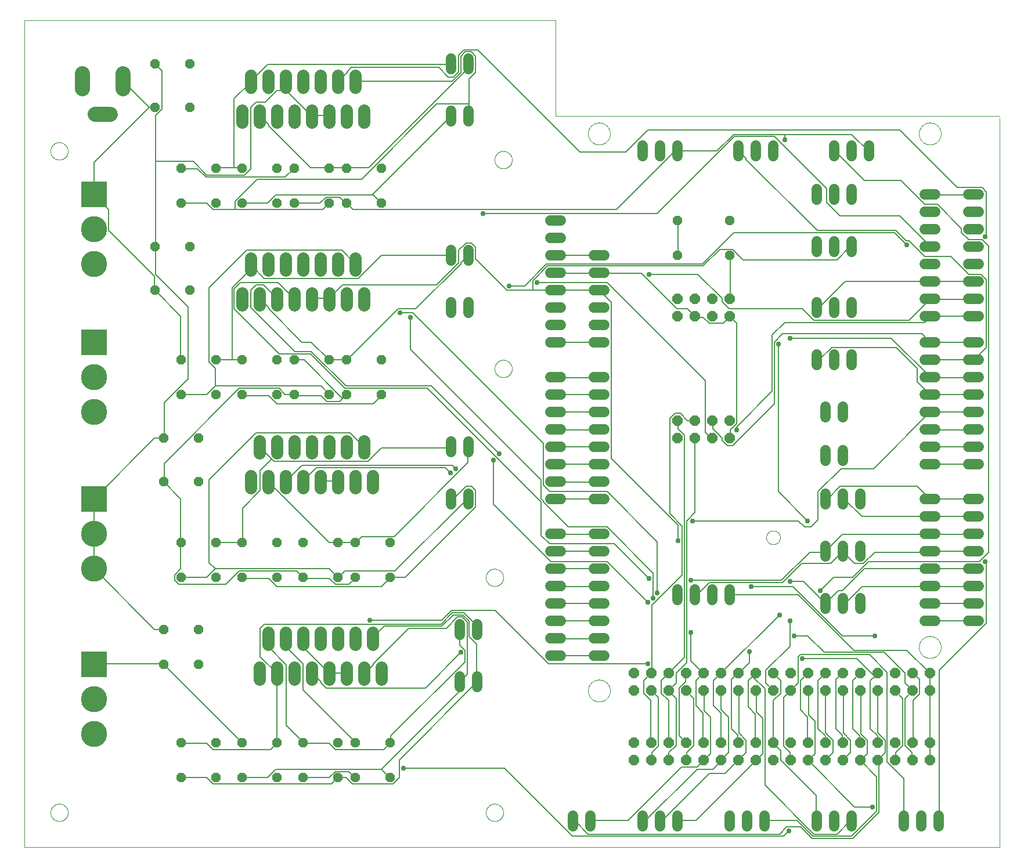
<source format=gtl>
G75*
%MOIN*%
%OFA0B0*%
%FSLAX25Y25*%
%IPPOS*%
%LPD*%
%AMOC8*
5,1,8,0,0,1.08239X$1,22.5*
%
%ADD10C,0.00000*%
%ADD11C,0.06000*%
%ADD12OC8,0.05200*%
%ADD13OC8,0.06000*%
%ADD14C,0.07087*%
%ADD15R,0.15000X0.15000*%
%ADD16C,0.15000*%
%ADD17C,0.08600*%
%ADD18C,0.00600*%
%ADD19C,0.02978*%
D10*
X0001300Y0001300D02*
X0001300Y0476300D01*
X0306300Y0476300D01*
X0306300Y0421300D01*
X0561300Y0421300D01*
X0561221Y0420001D02*
X0561221Y0001300D01*
X0001300Y0001300D01*
X0016300Y0021300D02*
X0016302Y0021441D01*
X0016308Y0021582D01*
X0016318Y0021722D01*
X0016332Y0021862D01*
X0016350Y0022002D01*
X0016371Y0022141D01*
X0016397Y0022280D01*
X0016426Y0022418D01*
X0016460Y0022554D01*
X0016497Y0022690D01*
X0016538Y0022825D01*
X0016583Y0022959D01*
X0016632Y0023091D01*
X0016684Y0023222D01*
X0016740Y0023351D01*
X0016800Y0023478D01*
X0016863Y0023604D01*
X0016929Y0023728D01*
X0017000Y0023851D01*
X0017073Y0023971D01*
X0017150Y0024089D01*
X0017230Y0024205D01*
X0017314Y0024318D01*
X0017400Y0024429D01*
X0017490Y0024538D01*
X0017583Y0024644D01*
X0017678Y0024747D01*
X0017777Y0024848D01*
X0017878Y0024946D01*
X0017982Y0025041D01*
X0018089Y0025133D01*
X0018198Y0025222D01*
X0018310Y0025307D01*
X0018424Y0025390D01*
X0018540Y0025470D01*
X0018659Y0025546D01*
X0018780Y0025618D01*
X0018902Y0025688D01*
X0019027Y0025753D01*
X0019153Y0025816D01*
X0019281Y0025874D01*
X0019411Y0025929D01*
X0019542Y0025981D01*
X0019675Y0026028D01*
X0019809Y0026072D01*
X0019944Y0026113D01*
X0020080Y0026149D01*
X0020217Y0026181D01*
X0020355Y0026210D01*
X0020493Y0026235D01*
X0020633Y0026255D01*
X0020773Y0026272D01*
X0020913Y0026285D01*
X0021054Y0026294D01*
X0021194Y0026299D01*
X0021335Y0026300D01*
X0021476Y0026297D01*
X0021617Y0026290D01*
X0021757Y0026279D01*
X0021897Y0026264D01*
X0022037Y0026245D01*
X0022176Y0026223D01*
X0022314Y0026196D01*
X0022452Y0026166D01*
X0022588Y0026131D01*
X0022724Y0026093D01*
X0022858Y0026051D01*
X0022992Y0026005D01*
X0023124Y0025956D01*
X0023254Y0025902D01*
X0023383Y0025845D01*
X0023510Y0025785D01*
X0023636Y0025721D01*
X0023759Y0025653D01*
X0023881Y0025582D01*
X0024001Y0025508D01*
X0024118Y0025430D01*
X0024233Y0025349D01*
X0024346Y0025265D01*
X0024457Y0025178D01*
X0024565Y0025087D01*
X0024670Y0024994D01*
X0024773Y0024897D01*
X0024873Y0024798D01*
X0024970Y0024696D01*
X0025064Y0024591D01*
X0025155Y0024484D01*
X0025243Y0024374D01*
X0025328Y0024262D01*
X0025410Y0024147D01*
X0025489Y0024030D01*
X0025564Y0023911D01*
X0025636Y0023790D01*
X0025704Y0023667D01*
X0025769Y0023542D01*
X0025831Y0023415D01*
X0025888Y0023286D01*
X0025943Y0023156D01*
X0025993Y0023025D01*
X0026040Y0022892D01*
X0026083Y0022758D01*
X0026122Y0022622D01*
X0026157Y0022486D01*
X0026189Y0022349D01*
X0026216Y0022211D01*
X0026240Y0022072D01*
X0026260Y0021932D01*
X0026276Y0021792D01*
X0026288Y0021652D01*
X0026296Y0021511D01*
X0026300Y0021370D01*
X0026300Y0021230D01*
X0026296Y0021089D01*
X0026288Y0020948D01*
X0026276Y0020808D01*
X0026260Y0020668D01*
X0026240Y0020528D01*
X0026216Y0020389D01*
X0026189Y0020251D01*
X0026157Y0020114D01*
X0026122Y0019978D01*
X0026083Y0019842D01*
X0026040Y0019708D01*
X0025993Y0019575D01*
X0025943Y0019444D01*
X0025888Y0019314D01*
X0025831Y0019185D01*
X0025769Y0019058D01*
X0025704Y0018933D01*
X0025636Y0018810D01*
X0025564Y0018689D01*
X0025489Y0018570D01*
X0025410Y0018453D01*
X0025328Y0018338D01*
X0025243Y0018226D01*
X0025155Y0018116D01*
X0025064Y0018009D01*
X0024970Y0017904D01*
X0024873Y0017802D01*
X0024773Y0017703D01*
X0024670Y0017606D01*
X0024565Y0017513D01*
X0024457Y0017422D01*
X0024346Y0017335D01*
X0024233Y0017251D01*
X0024118Y0017170D01*
X0024001Y0017092D01*
X0023881Y0017018D01*
X0023759Y0016947D01*
X0023636Y0016879D01*
X0023510Y0016815D01*
X0023383Y0016755D01*
X0023254Y0016698D01*
X0023124Y0016644D01*
X0022992Y0016595D01*
X0022858Y0016549D01*
X0022724Y0016507D01*
X0022588Y0016469D01*
X0022452Y0016434D01*
X0022314Y0016404D01*
X0022176Y0016377D01*
X0022037Y0016355D01*
X0021897Y0016336D01*
X0021757Y0016321D01*
X0021617Y0016310D01*
X0021476Y0016303D01*
X0021335Y0016300D01*
X0021194Y0016301D01*
X0021054Y0016306D01*
X0020913Y0016315D01*
X0020773Y0016328D01*
X0020633Y0016345D01*
X0020493Y0016365D01*
X0020355Y0016390D01*
X0020217Y0016419D01*
X0020080Y0016451D01*
X0019944Y0016487D01*
X0019809Y0016528D01*
X0019675Y0016572D01*
X0019542Y0016619D01*
X0019411Y0016671D01*
X0019281Y0016726D01*
X0019153Y0016784D01*
X0019027Y0016847D01*
X0018902Y0016912D01*
X0018780Y0016982D01*
X0018659Y0017054D01*
X0018540Y0017130D01*
X0018424Y0017210D01*
X0018310Y0017293D01*
X0018198Y0017378D01*
X0018089Y0017467D01*
X0017982Y0017559D01*
X0017878Y0017654D01*
X0017777Y0017752D01*
X0017678Y0017853D01*
X0017583Y0017956D01*
X0017490Y0018062D01*
X0017400Y0018171D01*
X0017314Y0018282D01*
X0017230Y0018395D01*
X0017150Y0018511D01*
X0017073Y0018629D01*
X0017000Y0018749D01*
X0016929Y0018872D01*
X0016863Y0018996D01*
X0016800Y0019122D01*
X0016740Y0019249D01*
X0016684Y0019378D01*
X0016632Y0019509D01*
X0016583Y0019641D01*
X0016538Y0019775D01*
X0016497Y0019910D01*
X0016460Y0020046D01*
X0016426Y0020182D01*
X0016397Y0020320D01*
X0016371Y0020459D01*
X0016350Y0020598D01*
X0016332Y0020738D01*
X0016318Y0020878D01*
X0016308Y0021018D01*
X0016302Y0021159D01*
X0016300Y0021300D01*
X0266300Y0021300D02*
X0266302Y0021441D01*
X0266308Y0021582D01*
X0266318Y0021722D01*
X0266332Y0021862D01*
X0266350Y0022002D01*
X0266371Y0022141D01*
X0266397Y0022280D01*
X0266426Y0022418D01*
X0266460Y0022554D01*
X0266497Y0022690D01*
X0266538Y0022825D01*
X0266583Y0022959D01*
X0266632Y0023091D01*
X0266684Y0023222D01*
X0266740Y0023351D01*
X0266800Y0023478D01*
X0266863Y0023604D01*
X0266929Y0023728D01*
X0267000Y0023851D01*
X0267073Y0023971D01*
X0267150Y0024089D01*
X0267230Y0024205D01*
X0267314Y0024318D01*
X0267400Y0024429D01*
X0267490Y0024538D01*
X0267583Y0024644D01*
X0267678Y0024747D01*
X0267777Y0024848D01*
X0267878Y0024946D01*
X0267982Y0025041D01*
X0268089Y0025133D01*
X0268198Y0025222D01*
X0268310Y0025307D01*
X0268424Y0025390D01*
X0268540Y0025470D01*
X0268659Y0025546D01*
X0268780Y0025618D01*
X0268902Y0025688D01*
X0269027Y0025753D01*
X0269153Y0025816D01*
X0269281Y0025874D01*
X0269411Y0025929D01*
X0269542Y0025981D01*
X0269675Y0026028D01*
X0269809Y0026072D01*
X0269944Y0026113D01*
X0270080Y0026149D01*
X0270217Y0026181D01*
X0270355Y0026210D01*
X0270493Y0026235D01*
X0270633Y0026255D01*
X0270773Y0026272D01*
X0270913Y0026285D01*
X0271054Y0026294D01*
X0271194Y0026299D01*
X0271335Y0026300D01*
X0271476Y0026297D01*
X0271617Y0026290D01*
X0271757Y0026279D01*
X0271897Y0026264D01*
X0272037Y0026245D01*
X0272176Y0026223D01*
X0272314Y0026196D01*
X0272452Y0026166D01*
X0272588Y0026131D01*
X0272724Y0026093D01*
X0272858Y0026051D01*
X0272992Y0026005D01*
X0273124Y0025956D01*
X0273254Y0025902D01*
X0273383Y0025845D01*
X0273510Y0025785D01*
X0273636Y0025721D01*
X0273759Y0025653D01*
X0273881Y0025582D01*
X0274001Y0025508D01*
X0274118Y0025430D01*
X0274233Y0025349D01*
X0274346Y0025265D01*
X0274457Y0025178D01*
X0274565Y0025087D01*
X0274670Y0024994D01*
X0274773Y0024897D01*
X0274873Y0024798D01*
X0274970Y0024696D01*
X0275064Y0024591D01*
X0275155Y0024484D01*
X0275243Y0024374D01*
X0275328Y0024262D01*
X0275410Y0024147D01*
X0275489Y0024030D01*
X0275564Y0023911D01*
X0275636Y0023790D01*
X0275704Y0023667D01*
X0275769Y0023542D01*
X0275831Y0023415D01*
X0275888Y0023286D01*
X0275943Y0023156D01*
X0275993Y0023025D01*
X0276040Y0022892D01*
X0276083Y0022758D01*
X0276122Y0022622D01*
X0276157Y0022486D01*
X0276189Y0022349D01*
X0276216Y0022211D01*
X0276240Y0022072D01*
X0276260Y0021932D01*
X0276276Y0021792D01*
X0276288Y0021652D01*
X0276296Y0021511D01*
X0276300Y0021370D01*
X0276300Y0021230D01*
X0276296Y0021089D01*
X0276288Y0020948D01*
X0276276Y0020808D01*
X0276260Y0020668D01*
X0276240Y0020528D01*
X0276216Y0020389D01*
X0276189Y0020251D01*
X0276157Y0020114D01*
X0276122Y0019978D01*
X0276083Y0019842D01*
X0276040Y0019708D01*
X0275993Y0019575D01*
X0275943Y0019444D01*
X0275888Y0019314D01*
X0275831Y0019185D01*
X0275769Y0019058D01*
X0275704Y0018933D01*
X0275636Y0018810D01*
X0275564Y0018689D01*
X0275489Y0018570D01*
X0275410Y0018453D01*
X0275328Y0018338D01*
X0275243Y0018226D01*
X0275155Y0018116D01*
X0275064Y0018009D01*
X0274970Y0017904D01*
X0274873Y0017802D01*
X0274773Y0017703D01*
X0274670Y0017606D01*
X0274565Y0017513D01*
X0274457Y0017422D01*
X0274346Y0017335D01*
X0274233Y0017251D01*
X0274118Y0017170D01*
X0274001Y0017092D01*
X0273881Y0017018D01*
X0273759Y0016947D01*
X0273636Y0016879D01*
X0273510Y0016815D01*
X0273383Y0016755D01*
X0273254Y0016698D01*
X0273124Y0016644D01*
X0272992Y0016595D01*
X0272858Y0016549D01*
X0272724Y0016507D01*
X0272588Y0016469D01*
X0272452Y0016434D01*
X0272314Y0016404D01*
X0272176Y0016377D01*
X0272037Y0016355D01*
X0271897Y0016336D01*
X0271757Y0016321D01*
X0271617Y0016310D01*
X0271476Y0016303D01*
X0271335Y0016300D01*
X0271194Y0016301D01*
X0271054Y0016306D01*
X0270913Y0016315D01*
X0270773Y0016328D01*
X0270633Y0016345D01*
X0270493Y0016365D01*
X0270355Y0016390D01*
X0270217Y0016419D01*
X0270080Y0016451D01*
X0269944Y0016487D01*
X0269809Y0016528D01*
X0269675Y0016572D01*
X0269542Y0016619D01*
X0269411Y0016671D01*
X0269281Y0016726D01*
X0269153Y0016784D01*
X0269027Y0016847D01*
X0268902Y0016912D01*
X0268780Y0016982D01*
X0268659Y0017054D01*
X0268540Y0017130D01*
X0268424Y0017210D01*
X0268310Y0017293D01*
X0268198Y0017378D01*
X0268089Y0017467D01*
X0267982Y0017559D01*
X0267878Y0017654D01*
X0267777Y0017752D01*
X0267678Y0017853D01*
X0267583Y0017956D01*
X0267490Y0018062D01*
X0267400Y0018171D01*
X0267314Y0018282D01*
X0267230Y0018395D01*
X0267150Y0018511D01*
X0267073Y0018629D01*
X0267000Y0018749D01*
X0266929Y0018872D01*
X0266863Y0018996D01*
X0266800Y0019122D01*
X0266740Y0019249D01*
X0266684Y0019378D01*
X0266632Y0019509D01*
X0266583Y0019641D01*
X0266538Y0019775D01*
X0266497Y0019910D01*
X0266460Y0020046D01*
X0266426Y0020182D01*
X0266397Y0020320D01*
X0266371Y0020459D01*
X0266350Y0020598D01*
X0266332Y0020738D01*
X0266318Y0020878D01*
X0266308Y0021018D01*
X0266302Y0021159D01*
X0266300Y0021300D01*
X0325001Y0091300D02*
X0325003Y0091458D01*
X0325009Y0091616D01*
X0325019Y0091774D01*
X0325033Y0091932D01*
X0325051Y0092089D01*
X0325072Y0092246D01*
X0325098Y0092402D01*
X0325128Y0092558D01*
X0325161Y0092713D01*
X0325199Y0092866D01*
X0325240Y0093019D01*
X0325285Y0093171D01*
X0325334Y0093322D01*
X0325387Y0093471D01*
X0325443Y0093619D01*
X0325503Y0093765D01*
X0325567Y0093910D01*
X0325635Y0094053D01*
X0325706Y0094195D01*
X0325780Y0094335D01*
X0325858Y0094472D01*
X0325940Y0094608D01*
X0326024Y0094742D01*
X0326113Y0094873D01*
X0326204Y0095002D01*
X0326299Y0095129D01*
X0326396Y0095254D01*
X0326497Y0095376D01*
X0326601Y0095495D01*
X0326708Y0095612D01*
X0326818Y0095726D01*
X0326931Y0095837D01*
X0327046Y0095946D01*
X0327164Y0096051D01*
X0327285Y0096153D01*
X0327408Y0096253D01*
X0327534Y0096349D01*
X0327662Y0096442D01*
X0327792Y0096532D01*
X0327925Y0096618D01*
X0328060Y0096702D01*
X0328196Y0096781D01*
X0328335Y0096858D01*
X0328476Y0096930D01*
X0328618Y0097000D01*
X0328762Y0097065D01*
X0328908Y0097127D01*
X0329055Y0097185D01*
X0329204Y0097240D01*
X0329354Y0097291D01*
X0329505Y0097338D01*
X0329657Y0097381D01*
X0329810Y0097420D01*
X0329965Y0097456D01*
X0330120Y0097487D01*
X0330276Y0097515D01*
X0330432Y0097539D01*
X0330589Y0097559D01*
X0330747Y0097575D01*
X0330904Y0097587D01*
X0331063Y0097595D01*
X0331221Y0097599D01*
X0331379Y0097599D01*
X0331537Y0097595D01*
X0331696Y0097587D01*
X0331853Y0097575D01*
X0332011Y0097559D01*
X0332168Y0097539D01*
X0332324Y0097515D01*
X0332480Y0097487D01*
X0332635Y0097456D01*
X0332790Y0097420D01*
X0332943Y0097381D01*
X0333095Y0097338D01*
X0333246Y0097291D01*
X0333396Y0097240D01*
X0333545Y0097185D01*
X0333692Y0097127D01*
X0333838Y0097065D01*
X0333982Y0097000D01*
X0334124Y0096930D01*
X0334265Y0096858D01*
X0334404Y0096781D01*
X0334540Y0096702D01*
X0334675Y0096618D01*
X0334808Y0096532D01*
X0334938Y0096442D01*
X0335066Y0096349D01*
X0335192Y0096253D01*
X0335315Y0096153D01*
X0335436Y0096051D01*
X0335554Y0095946D01*
X0335669Y0095837D01*
X0335782Y0095726D01*
X0335892Y0095612D01*
X0335999Y0095495D01*
X0336103Y0095376D01*
X0336204Y0095254D01*
X0336301Y0095129D01*
X0336396Y0095002D01*
X0336487Y0094873D01*
X0336576Y0094742D01*
X0336660Y0094608D01*
X0336742Y0094472D01*
X0336820Y0094335D01*
X0336894Y0094195D01*
X0336965Y0094053D01*
X0337033Y0093910D01*
X0337097Y0093765D01*
X0337157Y0093619D01*
X0337213Y0093471D01*
X0337266Y0093322D01*
X0337315Y0093171D01*
X0337360Y0093019D01*
X0337401Y0092866D01*
X0337439Y0092713D01*
X0337472Y0092558D01*
X0337502Y0092402D01*
X0337528Y0092246D01*
X0337549Y0092089D01*
X0337567Y0091932D01*
X0337581Y0091774D01*
X0337591Y0091616D01*
X0337597Y0091458D01*
X0337599Y0091300D01*
X0337597Y0091142D01*
X0337591Y0090984D01*
X0337581Y0090826D01*
X0337567Y0090668D01*
X0337549Y0090511D01*
X0337528Y0090354D01*
X0337502Y0090198D01*
X0337472Y0090042D01*
X0337439Y0089887D01*
X0337401Y0089734D01*
X0337360Y0089581D01*
X0337315Y0089429D01*
X0337266Y0089278D01*
X0337213Y0089129D01*
X0337157Y0088981D01*
X0337097Y0088835D01*
X0337033Y0088690D01*
X0336965Y0088547D01*
X0336894Y0088405D01*
X0336820Y0088265D01*
X0336742Y0088128D01*
X0336660Y0087992D01*
X0336576Y0087858D01*
X0336487Y0087727D01*
X0336396Y0087598D01*
X0336301Y0087471D01*
X0336204Y0087346D01*
X0336103Y0087224D01*
X0335999Y0087105D01*
X0335892Y0086988D01*
X0335782Y0086874D01*
X0335669Y0086763D01*
X0335554Y0086654D01*
X0335436Y0086549D01*
X0335315Y0086447D01*
X0335192Y0086347D01*
X0335066Y0086251D01*
X0334938Y0086158D01*
X0334808Y0086068D01*
X0334675Y0085982D01*
X0334540Y0085898D01*
X0334404Y0085819D01*
X0334265Y0085742D01*
X0334124Y0085670D01*
X0333982Y0085600D01*
X0333838Y0085535D01*
X0333692Y0085473D01*
X0333545Y0085415D01*
X0333396Y0085360D01*
X0333246Y0085309D01*
X0333095Y0085262D01*
X0332943Y0085219D01*
X0332790Y0085180D01*
X0332635Y0085144D01*
X0332480Y0085113D01*
X0332324Y0085085D01*
X0332168Y0085061D01*
X0332011Y0085041D01*
X0331853Y0085025D01*
X0331696Y0085013D01*
X0331537Y0085005D01*
X0331379Y0085001D01*
X0331221Y0085001D01*
X0331063Y0085005D01*
X0330904Y0085013D01*
X0330747Y0085025D01*
X0330589Y0085041D01*
X0330432Y0085061D01*
X0330276Y0085085D01*
X0330120Y0085113D01*
X0329965Y0085144D01*
X0329810Y0085180D01*
X0329657Y0085219D01*
X0329505Y0085262D01*
X0329354Y0085309D01*
X0329204Y0085360D01*
X0329055Y0085415D01*
X0328908Y0085473D01*
X0328762Y0085535D01*
X0328618Y0085600D01*
X0328476Y0085670D01*
X0328335Y0085742D01*
X0328196Y0085819D01*
X0328060Y0085898D01*
X0327925Y0085982D01*
X0327792Y0086068D01*
X0327662Y0086158D01*
X0327534Y0086251D01*
X0327408Y0086347D01*
X0327285Y0086447D01*
X0327164Y0086549D01*
X0327046Y0086654D01*
X0326931Y0086763D01*
X0326818Y0086874D01*
X0326708Y0086988D01*
X0326601Y0087105D01*
X0326497Y0087224D01*
X0326396Y0087346D01*
X0326299Y0087471D01*
X0326204Y0087598D01*
X0326113Y0087727D01*
X0326024Y0087858D01*
X0325940Y0087992D01*
X0325858Y0088128D01*
X0325780Y0088265D01*
X0325706Y0088405D01*
X0325635Y0088547D01*
X0325567Y0088690D01*
X0325503Y0088835D01*
X0325443Y0088981D01*
X0325387Y0089129D01*
X0325334Y0089278D01*
X0325285Y0089429D01*
X0325240Y0089581D01*
X0325199Y0089734D01*
X0325161Y0089887D01*
X0325128Y0090042D01*
X0325098Y0090198D01*
X0325072Y0090354D01*
X0325051Y0090511D01*
X0325033Y0090668D01*
X0325019Y0090826D01*
X0325009Y0090984D01*
X0325003Y0091142D01*
X0325001Y0091300D01*
X0266300Y0156300D02*
X0266302Y0156441D01*
X0266308Y0156582D01*
X0266318Y0156722D01*
X0266332Y0156862D01*
X0266350Y0157002D01*
X0266371Y0157141D01*
X0266397Y0157280D01*
X0266426Y0157418D01*
X0266460Y0157554D01*
X0266497Y0157690D01*
X0266538Y0157825D01*
X0266583Y0157959D01*
X0266632Y0158091D01*
X0266684Y0158222D01*
X0266740Y0158351D01*
X0266800Y0158478D01*
X0266863Y0158604D01*
X0266929Y0158728D01*
X0267000Y0158851D01*
X0267073Y0158971D01*
X0267150Y0159089D01*
X0267230Y0159205D01*
X0267314Y0159318D01*
X0267400Y0159429D01*
X0267490Y0159538D01*
X0267583Y0159644D01*
X0267678Y0159747D01*
X0267777Y0159848D01*
X0267878Y0159946D01*
X0267982Y0160041D01*
X0268089Y0160133D01*
X0268198Y0160222D01*
X0268310Y0160307D01*
X0268424Y0160390D01*
X0268540Y0160470D01*
X0268659Y0160546D01*
X0268780Y0160618D01*
X0268902Y0160688D01*
X0269027Y0160753D01*
X0269153Y0160816D01*
X0269281Y0160874D01*
X0269411Y0160929D01*
X0269542Y0160981D01*
X0269675Y0161028D01*
X0269809Y0161072D01*
X0269944Y0161113D01*
X0270080Y0161149D01*
X0270217Y0161181D01*
X0270355Y0161210D01*
X0270493Y0161235D01*
X0270633Y0161255D01*
X0270773Y0161272D01*
X0270913Y0161285D01*
X0271054Y0161294D01*
X0271194Y0161299D01*
X0271335Y0161300D01*
X0271476Y0161297D01*
X0271617Y0161290D01*
X0271757Y0161279D01*
X0271897Y0161264D01*
X0272037Y0161245D01*
X0272176Y0161223D01*
X0272314Y0161196D01*
X0272452Y0161166D01*
X0272588Y0161131D01*
X0272724Y0161093D01*
X0272858Y0161051D01*
X0272992Y0161005D01*
X0273124Y0160956D01*
X0273254Y0160902D01*
X0273383Y0160845D01*
X0273510Y0160785D01*
X0273636Y0160721D01*
X0273759Y0160653D01*
X0273881Y0160582D01*
X0274001Y0160508D01*
X0274118Y0160430D01*
X0274233Y0160349D01*
X0274346Y0160265D01*
X0274457Y0160178D01*
X0274565Y0160087D01*
X0274670Y0159994D01*
X0274773Y0159897D01*
X0274873Y0159798D01*
X0274970Y0159696D01*
X0275064Y0159591D01*
X0275155Y0159484D01*
X0275243Y0159374D01*
X0275328Y0159262D01*
X0275410Y0159147D01*
X0275489Y0159030D01*
X0275564Y0158911D01*
X0275636Y0158790D01*
X0275704Y0158667D01*
X0275769Y0158542D01*
X0275831Y0158415D01*
X0275888Y0158286D01*
X0275943Y0158156D01*
X0275993Y0158025D01*
X0276040Y0157892D01*
X0276083Y0157758D01*
X0276122Y0157622D01*
X0276157Y0157486D01*
X0276189Y0157349D01*
X0276216Y0157211D01*
X0276240Y0157072D01*
X0276260Y0156932D01*
X0276276Y0156792D01*
X0276288Y0156652D01*
X0276296Y0156511D01*
X0276300Y0156370D01*
X0276300Y0156230D01*
X0276296Y0156089D01*
X0276288Y0155948D01*
X0276276Y0155808D01*
X0276260Y0155668D01*
X0276240Y0155528D01*
X0276216Y0155389D01*
X0276189Y0155251D01*
X0276157Y0155114D01*
X0276122Y0154978D01*
X0276083Y0154842D01*
X0276040Y0154708D01*
X0275993Y0154575D01*
X0275943Y0154444D01*
X0275888Y0154314D01*
X0275831Y0154185D01*
X0275769Y0154058D01*
X0275704Y0153933D01*
X0275636Y0153810D01*
X0275564Y0153689D01*
X0275489Y0153570D01*
X0275410Y0153453D01*
X0275328Y0153338D01*
X0275243Y0153226D01*
X0275155Y0153116D01*
X0275064Y0153009D01*
X0274970Y0152904D01*
X0274873Y0152802D01*
X0274773Y0152703D01*
X0274670Y0152606D01*
X0274565Y0152513D01*
X0274457Y0152422D01*
X0274346Y0152335D01*
X0274233Y0152251D01*
X0274118Y0152170D01*
X0274001Y0152092D01*
X0273881Y0152018D01*
X0273759Y0151947D01*
X0273636Y0151879D01*
X0273510Y0151815D01*
X0273383Y0151755D01*
X0273254Y0151698D01*
X0273124Y0151644D01*
X0272992Y0151595D01*
X0272858Y0151549D01*
X0272724Y0151507D01*
X0272588Y0151469D01*
X0272452Y0151434D01*
X0272314Y0151404D01*
X0272176Y0151377D01*
X0272037Y0151355D01*
X0271897Y0151336D01*
X0271757Y0151321D01*
X0271617Y0151310D01*
X0271476Y0151303D01*
X0271335Y0151300D01*
X0271194Y0151301D01*
X0271054Y0151306D01*
X0270913Y0151315D01*
X0270773Y0151328D01*
X0270633Y0151345D01*
X0270493Y0151365D01*
X0270355Y0151390D01*
X0270217Y0151419D01*
X0270080Y0151451D01*
X0269944Y0151487D01*
X0269809Y0151528D01*
X0269675Y0151572D01*
X0269542Y0151619D01*
X0269411Y0151671D01*
X0269281Y0151726D01*
X0269153Y0151784D01*
X0269027Y0151847D01*
X0268902Y0151912D01*
X0268780Y0151982D01*
X0268659Y0152054D01*
X0268540Y0152130D01*
X0268424Y0152210D01*
X0268310Y0152293D01*
X0268198Y0152378D01*
X0268089Y0152467D01*
X0267982Y0152559D01*
X0267878Y0152654D01*
X0267777Y0152752D01*
X0267678Y0152853D01*
X0267583Y0152956D01*
X0267490Y0153062D01*
X0267400Y0153171D01*
X0267314Y0153282D01*
X0267230Y0153395D01*
X0267150Y0153511D01*
X0267073Y0153629D01*
X0267000Y0153749D01*
X0266929Y0153872D01*
X0266863Y0153996D01*
X0266800Y0154122D01*
X0266740Y0154249D01*
X0266684Y0154378D01*
X0266632Y0154509D01*
X0266583Y0154641D01*
X0266538Y0154775D01*
X0266497Y0154910D01*
X0266460Y0155046D01*
X0266426Y0155182D01*
X0266397Y0155320D01*
X0266371Y0155459D01*
X0266350Y0155598D01*
X0266332Y0155738D01*
X0266318Y0155878D01*
X0266308Y0156018D01*
X0266302Y0156159D01*
X0266300Y0156300D01*
X0271300Y0276300D02*
X0271302Y0276441D01*
X0271308Y0276582D01*
X0271318Y0276722D01*
X0271332Y0276862D01*
X0271350Y0277002D01*
X0271371Y0277141D01*
X0271397Y0277280D01*
X0271426Y0277418D01*
X0271460Y0277554D01*
X0271497Y0277690D01*
X0271538Y0277825D01*
X0271583Y0277959D01*
X0271632Y0278091D01*
X0271684Y0278222D01*
X0271740Y0278351D01*
X0271800Y0278478D01*
X0271863Y0278604D01*
X0271929Y0278728D01*
X0272000Y0278851D01*
X0272073Y0278971D01*
X0272150Y0279089D01*
X0272230Y0279205D01*
X0272314Y0279318D01*
X0272400Y0279429D01*
X0272490Y0279538D01*
X0272583Y0279644D01*
X0272678Y0279747D01*
X0272777Y0279848D01*
X0272878Y0279946D01*
X0272982Y0280041D01*
X0273089Y0280133D01*
X0273198Y0280222D01*
X0273310Y0280307D01*
X0273424Y0280390D01*
X0273540Y0280470D01*
X0273659Y0280546D01*
X0273780Y0280618D01*
X0273902Y0280688D01*
X0274027Y0280753D01*
X0274153Y0280816D01*
X0274281Y0280874D01*
X0274411Y0280929D01*
X0274542Y0280981D01*
X0274675Y0281028D01*
X0274809Y0281072D01*
X0274944Y0281113D01*
X0275080Y0281149D01*
X0275217Y0281181D01*
X0275355Y0281210D01*
X0275493Y0281235D01*
X0275633Y0281255D01*
X0275773Y0281272D01*
X0275913Y0281285D01*
X0276054Y0281294D01*
X0276194Y0281299D01*
X0276335Y0281300D01*
X0276476Y0281297D01*
X0276617Y0281290D01*
X0276757Y0281279D01*
X0276897Y0281264D01*
X0277037Y0281245D01*
X0277176Y0281223D01*
X0277314Y0281196D01*
X0277452Y0281166D01*
X0277588Y0281131D01*
X0277724Y0281093D01*
X0277858Y0281051D01*
X0277992Y0281005D01*
X0278124Y0280956D01*
X0278254Y0280902D01*
X0278383Y0280845D01*
X0278510Y0280785D01*
X0278636Y0280721D01*
X0278759Y0280653D01*
X0278881Y0280582D01*
X0279001Y0280508D01*
X0279118Y0280430D01*
X0279233Y0280349D01*
X0279346Y0280265D01*
X0279457Y0280178D01*
X0279565Y0280087D01*
X0279670Y0279994D01*
X0279773Y0279897D01*
X0279873Y0279798D01*
X0279970Y0279696D01*
X0280064Y0279591D01*
X0280155Y0279484D01*
X0280243Y0279374D01*
X0280328Y0279262D01*
X0280410Y0279147D01*
X0280489Y0279030D01*
X0280564Y0278911D01*
X0280636Y0278790D01*
X0280704Y0278667D01*
X0280769Y0278542D01*
X0280831Y0278415D01*
X0280888Y0278286D01*
X0280943Y0278156D01*
X0280993Y0278025D01*
X0281040Y0277892D01*
X0281083Y0277758D01*
X0281122Y0277622D01*
X0281157Y0277486D01*
X0281189Y0277349D01*
X0281216Y0277211D01*
X0281240Y0277072D01*
X0281260Y0276932D01*
X0281276Y0276792D01*
X0281288Y0276652D01*
X0281296Y0276511D01*
X0281300Y0276370D01*
X0281300Y0276230D01*
X0281296Y0276089D01*
X0281288Y0275948D01*
X0281276Y0275808D01*
X0281260Y0275668D01*
X0281240Y0275528D01*
X0281216Y0275389D01*
X0281189Y0275251D01*
X0281157Y0275114D01*
X0281122Y0274978D01*
X0281083Y0274842D01*
X0281040Y0274708D01*
X0280993Y0274575D01*
X0280943Y0274444D01*
X0280888Y0274314D01*
X0280831Y0274185D01*
X0280769Y0274058D01*
X0280704Y0273933D01*
X0280636Y0273810D01*
X0280564Y0273689D01*
X0280489Y0273570D01*
X0280410Y0273453D01*
X0280328Y0273338D01*
X0280243Y0273226D01*
X0280155Y0273116D01*
X0280064Y0273009D01*
X0279970Y0272904D01*
X0279873Y0272802D01*
X0279773Y0272703D01*
X0279670Y0272606D01*
X0279565Y0272513D01*
X0279457Y0272422D01*
X0279346Y0272335D01*
X0279233Y0272251D01*
X0279118Y0272170D01*
X0279001Y0272092D01*
X0278881Y0272018D01*
X0278759Y0271947D01*
X0278636Y0271879D01*
X0278510Y0271815D01*
X0278383Y0271755D01*
X0278254Y0271698D01*
X0278124Y0271644D01*
X0277992Y0271595D01*
X0277858Y0271549D01*
X0277724Y0271507D01*
X0277588Y0271469D01*
X0277452Y0271434D01*
X0277314Y0271404D01*
X0277176Y0271377D01*
X0277037Y0271355D01*
X0276897Y0271336D01*
X0276757Y0271321D01*
X0276617Y0271310D01*
X0276476Y0271303D01*
X0276335Y0271300D01*
X0276194Y0271301D01*
X0276054Y0271306D01*
X0275913Y0271315D01*
X0275773Y0271328D01*
X0275633Y0271345D01*
X0275493Y0271365D01*
X0275355Y0271390D01*
X0275217Y0271419D01*
X0275080Y0271451D01*
X0274944Y0271487D01*
X0274809Y0271528D01*
X0274675Y0271572D01*
X0274542Y0271619D01*
X0274411Y0271671D01*
X0274281Y0271726D01*
X0274153Y0271784D01*
X0274027Y0271847D01*
X0273902Y0271912D01*
X0273780Y0271982D01*
X0273659Y0272054D01*
X0273540Y0272130D01*
X0273424Y0272210D01*
X0273310Y0272293D01*
X0273198Y0272378D01*
X0273089Y0272467D01*
X0272982Y0272559D01*
X0272878Y0272654D01*
X0272777Y0272752D01*
X0272678Y0272853D01*
X0272583Y0272956D01*
X0272490Y0273062D01*
X0272400Y0273171D01*
X0272314Y0273282D01*
X0272230Y0273395D01*
X0272150Y0273511D01*
X0272073Y0273629D01*
X0272000Y0273749D01*
X0271929Y0273872D01*
X0271863Y0273996D01*
X0271800Y0274122D01*
X0271740Y0274249D01*
X0271684Y0274378D01*
X0271632Y0274509D01*
X0271583Y0274641D01*
X0271538Y0274775D01*
X0271497Y0274910D01*
X0271460Y0275046D01*
X0271426Y0275182D01*
X0271397Y0275320D01*
X0271371Y0275459D01*
X0271350Y0275598D01*
X0271332Y0275738D01*
X0271318Y0275878D01*
X0271308Y0276018D01*
X0271302Y0276159D01*
X0271300Y0276300D01*
X0271300Y0396300D02*
X0271302Y0396441D01*
X0271308Y0396582D01*
X0271318Y0396722D01*
X0271332Y0396862D01*
X0271350Y0397002D01*
X0271371Y0397141D01*
X0271397Y0397280D01*
X0271426Y0397418D01*
X0271460Y0397554D01*
X0271497Y0397690D01*
X0271538Y0397825D01*
X0271583Y0397959D01*
X0271632Y0398091D01*
X0271684Y0398222D01*
X0271740Y0398351D01*
X0271800Y0398478D01*
X0271863Y0398604D01*
X0271929Y0398728D01*
X0272000Y0398851D01*
X0272073Y0398971D01*
X0272150Y0399089D01*
X0272230Y0399205D01*
X0272314Y0399318D01*
X0272400Y0399429D01*
X0272490Y0399538D01*
X0272583Y0399644D01*
X0272678Y0399747D01*
X0272777Y0399848D01*
X0272878Y0399946D01*
X0272982Y0400041D01*
X0273089Y0400133D01*
X0273198Y0400222D01*
X0273310Y0400307D01*
X0273424Y0400390D01*
X0273540Y0400470D01*
X0273659Y0400546D01*
X0273780Y0400618D01*
X0273902Y0400688D01*
X0274027Y0400753D01*
X0274153Y0400816D01*
X0274281Y0400874D01*
X0274411Y0400929D01*
X0274542Y0400981D01*
X0274675Y0401028D01*
X0274809Y0401072D01*
X0274944Y0401113D01*
X0275080Y0401149D01*
X0275217Y0401181D01*
X0275355Y0401210D01*
X0275493Y0401235D01*
X0275633Y0401255D01*
X0275773Y0401272D01*
X0275913Y0401285D01*
X0276054Y0401294D01*
X0276194Y0401299D01*
X0276335Y0401300D01*
X0276476Y0401297D01*
X0276617Y0401290D01*
X0276757Y0401279D01*
X0276897Y0401264D01*
X0277037Y0401245D01*
X0277176Y0401223D01*
X0277314Y0401196D01*
X0277452Y0401166D01*
X0277588Y0401131D01*
X0277724Y0401093D01*
X0277858Y0401051D01*
X0277992Y0401005D01*
X0278124Y0400956D01*
X0278254Y0400902D01*
X0278383Y0400845D01*
X0278510Y0400785D01*
X0278636Y0400721D01*
X0278759Y0400653D01*
X0278881Y0400582D01*
X0279001Y0400508D01*
X0279118Y0400430D01*
X0279233Y0400349D01*
X0279346Y0400265D01*
X0279457Y0400178D01*
X0279565Y0400087D01*
X0279670Y0399994D01*
X0279773Y0399897D01*
X0279873Y0399798D01*
X0279970Y0399696D01*
X0280064Y0399591D01*
X0280155Y0399484D01*
X0280243Y0399374D01*
X0280328Y0399262D01*
X0280410Y0399147D01*
X0280489Y0399030D01*
X0280564Y0398911D01*
X0280636Y0398790D01*
X0280704Y0398667D01*
X0280769Y0398542D01*
X0280831Y0398415D01*
X0280888Y0398286D01*
X0280943Y0398156D01*
X0280993Y0398025D01*
X0281040Y0397892D01*
X0281083Y0397758D01*
X0281122Y0397622D01*
X0281157Y0397486D01*
X0281189Y0397349D01*
X0281216Y0397211D01*
X0281240Y0397072D01*
X0281260Y0396932D01*
X0281276Y0396792D01*
X0281288Y0396652D01*
X0281296Y0396511D01*
X0281300Y0396370D01*
X0281300Y0396230D01*
X0281296Y0396089D01*
X0281288Y0395948D01*
X0281276Y0395808D01*
X0281260Y0395668D01*
X0281240Y0395528D01*
X0281216Y0395389D01*
X0281189Y0395251D01*
X0281157Y0395114D01*
X0281122Y0394978D01*
X0281083Y0394842D01*
X0281040Y0394708D01*
X0280993Y0394575D01*
X0280943Y0394444D01*
X0280888Y0394314D01*
X0280831Y0394185D01*
X0280769Y0394058D01*
X0280704Y0393933D01*
X0280636Y0393810D01*
X0280564Y0393689D01*
X0280489Y0393570D01*
X0280410Y0393453D01*
X0280328Y0393338D01*
X0280243Y0393226D01*
X0280155Y0393116D01*
X0280064Y0393009D01*
X0279970Y0392904D01*
X0279873Y0392802D01*
X0279773Y0392703D01*
X0279670Y0392606D01*
X0279565Y0392513D01*
X0279457Y0392422D01*
X0279346Y0392335D01*
X0279233Y0392251D01*
X0279118Y0392170D01*
X0279001Y0392092D01*
X0278881Y0392018D01*
X0278759Y0391947D01*
X0278636Y0391879D01*
X0278510Y0391815D01*
X0278383Y0391755D01*
X0278254Y0391698D01*
X0278124Y0391644D01*
X0277992Y0391595D01*
X0277858Y0391549D01*
X0277724Y0391507D01*
X0277588Y0391469D01*
X0277452Y0391434D01*
X0277314Y0391404D01*
X0277176Y0391377D01*
X0277037Y0391355D01*
X0276897Y0391336D01*
X0276757Y0391321D01*
X0276617Y0391310D01*
X0276476Y0391303D01*
X0276335Y0391300D01*
X0276194Y0391301D01*
X0276054Y0391306D01*
X0275913Y0391315D01*
X0275773Y0391328D01*
X0275633Y0391345D01*
X0275493Y0391365D01*
X0275355Y0391390D01*
X0275217Y0391419D01*
X0275080Y0391451D01*
X0274944Y0391487D01*
X0274809Y0391528D01*
X0274675Y0391572D01*
X0274542Y0391619D01*
X0274411Y0391671D01*
X0274281Y0391726D01*
X0274153Y0391784D01*
X0274027Y0391847D01*
X0273902Y0391912D01*
X0273780Y0391982D01*
X0273659Y0392054D01*
X0273540Y0392130D01*
X0273424Y0392210D01*
X0273310Y0392293D01*
X0273198Y0392378D01*
X0273089Y0392467D01*
X0272982Y0392559D01*
X0272878Y0392654D01*
X0272777Y0392752D01*
X0272678Y0392853D01*
X0272583Y0392956D01*
X0272490Y0393062D01*
X0272400Y0393171D01*
X0272314Y0393282D01*
X0272230Y0393395D01*
X0272150Y0393511D01*
X0272073Y0393629D01*
X0272000Y0393749D01*
X0271929Y0393872D01*
X0271863Y0393996D01*
X0271800Y0394122D01*
X0271740Y0394249D01*
X0271684Y0394378D01*
X0271632Y0394509D01*
X0271583Y0394641D01*
X0271538Y0394775D01*
X0271497Y0394910D01*
X0271460Y0395046D01*
X0271426Y0395182D01*
X0271397Y0395320D01*
X0271371Y0395459D01*
X0271350Y0395598D01*
X0271332Y0395738D01*
X0271318Y0395878D01*
X0271308Y0396018D01*
X0271302Y0396159D01*
X0271300Y0396300D01*
X0325001Y0411300D02*
X0325003Y0411458D01*
X0325009Y0411616D01*
X0325019Y0411774D01*
X0325033Y0411932D01*
X0325051Y0412089D01*
X0325072Y0412246D01*
X0325098Y0412402D01*
X0325128Y0412558D01*
X0325161Y0412713D01*
X0325199Y0412866D01*
X0325240Y0413019D01*
X0325285Y0413171D01*
X0325334Y0413322D01*
X0325387Y0413471D01*
X0325443Y0413619D01*
X0325503Y0413765D01*
X0325567Y0413910D01*
X0325635Y0414053D01*
X0325706Y0414195D01*
X0325780Y0414335D01*
X0325858Y0414472D01*
X0325940Y0414608D01*
X0326024Y0414742D01*
X0326113Y0414873D01*
X0326204Y0415002D01*
X0326299Y0415129D01*
X0326396Y0415254D01*
X0326497Y0415376D01*
X0326601Y0415495D01*
X0326708Y0415612D01*
X0326818Y0415726D01*
X0326931Y0415837D01*
X0327046Y0415946D01*
X0327164Y0416051D01*
X0327285Y0416153D01*
X0327408Y0416253D01*
X0327534Y0416349D01*
X0327662Y0416442D01*
X0327792Y0416532D01*
X0327925Y0416618D01*
X0328060Y0416702D01*
X0328196Y0416781D01*
X0328335Y0416858D01*
X0328476Y0416930D01*
X0328618Y0417000D01*
X0328762Y0417065D01*
X0328908Y0417127D01*
X0329055Y0417185D01*
X0329204Y0417240D01*
X0329354Y0417291D01*
X0329505Y0417338D01*
X0329657Y0417381D01*
X0329810Y0417420D01*
X0329965Y0417456D01*
X0330120Y0417487D01*
X0330276Y0417515D01*
X0330432Y0417539D01*
X0330589Y0417559D01*
X0330747Y0417575D01*
X0330904Y0417587D01*
X0331063Y0417595D01*
X0331221Y0417599D01*
X0331379Y0417599D01*
X0331537Y0417595D01*
X0331696Y0417587D01*
X0331853Y0417575D01*
X0332011Y0417559D01*
X0332168Y0417539D01*
X0332324Y0417515D01*
X0332480Y0417487D01*
X0332635Y0417456D01*
X0332790Y0417420D01*
X0332943Y0417381D01*
X0333095Y0417338D01*
X0333246Y0417291D01*
X0333396Y0417240D01*
X0333545Y0417185D01*
X0333692Y0417127D01*
X0333838Y0417065D01*
X0333982Y0417000D01*
X0334124Y0416930D01*
X0334265Y0416858D01*
X0334404Y0416781D01*
X0334540Y0416702D01*
X0334675Y0416618D01*
X0334808Y0416532D01*
X0334938Y0416442D01*
X0335066Y0416349D01*
X0335192Y0416253D01*
X0335315Y0416153D01*
X0335436Y0416051D01*
X0335554Y0415946D01*
X0335669Y0415837D01*
X0335782Y0415726D01*
X0335892Y0415612D01*
X0335999Y0415495D01*
X0336103Y0415376D01*
X0336204Y0415254D01*
X0336301Y0415129D01*
X0336396Y0415002D01*
X0336487Y0414873D01*
X0336576Y0414742D01*
X0336660Y0414608D01*
X0336742Y0414472D01*
X0336820Y0414335D01*
X0336894Y0414195D01*
X0336965Y0414053D01*
X0337033Y0413910D01*
X0337097Y0413765D01*
X0337157Y0413619D01*
X0337213Y0413471D01*
X0337266Y0413322D01*
X0337315Y0413171D01*
X0337360Y0413019D01*
X0337401Y0412866D01*
X0337439Y0412713D01*
X0337472Y0412558D01*
X0337502Y0412402D01*
X0337528Y0412246D01*
X0337549Y0412089D01*
X0337567Y0411932D01*
X0337581Y0411774D01*
X0337591Y0411616D01*
X0337597Y0411458D01*
X0337599Y0411300D01*
X0337597Y0411142D01*
X0337591Y0410984D01*
X0337581Y0410826D01*
X0337567Y0410668D01*
X0337549Y0410511D01*
X0337528Y0410354D01*
X0337502Y0410198D01*
X0337472Y0410042D01*
X0337439Y0409887D01*
X0337401Y0409734D01*
X0337360Y0409581D01*
X0337315Y0409429D01*
X0337266Y0409278D01*
X0337213Y0409129D01*
X0337157Y0408981D01*
X0337097Y0408835D01*
X0337033Y0408690D01*
X0336965Y0408547D01*
X0336894Y0408405D01*
X0336820Y0408265D01*
X0336742Y0408128D01*
X0336660Y0407992D01*
X0336576Y0407858D01*
X0336487Y0407727D01*
X0336396Y0407598D01*
X0336301Y0407471D01*
X0336204Y0407346D01*
X0336103Y0407224D01*
X0335999Y0407105D01*
X0335892Y0406988D01*
X0335782Y0406874D01*
X0335669Y0406763D01*
X0335554Y0406654D01*
X0335436Y0406549D01*
X0335315Y0406447D01*
X0335192Y0406347D01*
X0335066Y0406251D01*
X0334938Y0406158D01*
X0334808Y0406068D01*
X0334675Y0405982D01*
X0334540Y0405898D01*
X0334404Y0405819D01*
X0334265Y0405742D01*
X0334124Y0405670D01*
X0333982Y0405600D01*
X0333838Y0405535D01*
X0333692Y0405473D01*
X0333545Y0405415D01*
X0333396Y0405360D01*
X0333246Y0405309D01*
X0333095Y0405262D01*
X0332943Y0405219D01*
X0332790Y0405180D01*
X0332635Y0405144D01*
X0332480Y0405113D01*
X0332324Y0405085D01*
X0332168Y0405061D01*
X0332011Y0405041D01*
X0331853Y0405025D01*
X0331696Y0405013D01*
X0331537Y0405005D01*
X0331379Y0405001D01*
X0331221Y0405001D01*
X0331063Y0405005D01*
X0330904Y0405013D01*
X0330747Y0405025D01*
X0330589Y0405041D01*
X0330432Y0405061D01*
X0330276Y0405085D01*
X0330120Y0405113D01*
X0329965Y0405144D01*
X0329810Y0405180D01*
X0329657Y0405219D01*
X0329505Y0405262D01*
X0329354Y0405309D01*
X0329204Y0405360D01*
X0329055Y0405415D01*
X0328908Y0405473D01*
X0328762Y0405535D01*
X0328618Y0405600D01*
X0328476Y0405670D01*
X0328335Y0405742D01*
X0328196Y0405819D01*
X0328060Y0405898D01*
X0327925Y0405982D01*
X0327792Y0406068D01*
X0327662Y0406158D01*
X0327534Y0406251D01*
X0327408Y0406347D01*
X0327285Y0406447D01*
X0327164Y0406549D01*
X0327046Y0406654D01*
X0326931Y0406763D01*
X0326818Y0406874D01*
X0326708Y0406988D01*
X0326601Y0407105D01*
X0326497Y0407224D01*
X0326396Y0407346D01*
X0326299Y0407471D01*
X0326204Y0407598D01*
X0326113Y0407727D01*
X0326024Y0407858D01*
X0325940Y0407992D01*
X0325858Y0408128D01*
X0325780Y0408265D01*
X0325706Y0408405D01*
X0325635Y0408547D01*
X0325567Y0408690D01*
X0325503Y0408835D01*
X0325443Y0408981D01*
X0325387Y0409129D01*
X0325334Y0409278D01*
X0325285Y0409429D01*
X0325240Y0409581D01*
X0325199Y0409734D01*
X0325161Y0409887D01*
X0325128Y0410042D01*
X0325098Y0410198D01*
X0325072Y0410354D01*
X0325051Y0410511D01*
X0325033Y0410668D01*
X0325019Y0410826D01*
X0325009Y0410984D01*
X0325003Y0411142D01*
X0325001Y0411300D01*
X0515001Y0411300D02*
X0515003Y0411458D01*
X0515009Y0411616D01*
X0515019Y0411774D01*
X0515033Y0411932D01*
X0515051Y0412089D01*
X0515072Y0412246D01*
X0515098Y0412402D01*
X0515128Y0412558D01*
X0515161Y0412713D01*
X0515199Y0412866D01*
X0515240Y0413019D01*
X0515285Y0413171D01*
X0515334Y0413322D01*
X0515387Y0413471D01*
X0515443Y0413619D01*
X0515503Y0413765D01*
X0515567Y0413910D01*
X0515635Y0414053D01*
X0515706Y0414195D01*
X0515780Y0414335D01*
X0515858Y0414472D01*
X0515940Y0414608D01*
X0516024Y0414742D01*
X0516113Y0414873D01*
X0516204Y0415002D01*
X0516299Y0415129D01*
X0516396Y0415254D01*
X0516497Y0415376D01*
X0516601Y0415495D01*
X0516708Y0415612D01*
X0516818Y0415726D01*
X0516931Y0415837D01*
X0517046Y0415946D01*
X0517164Y0416051D01*
X0517285Y0416153D01*
X0517408Y0416253D01*
X0517534Y0416349D01*
X0517662Y0416442D01*
X0517792Y0416532D01*
X0517925Y0416618D01*
X0518060Y0416702D01*
X0518196Y0416781D01*
X0518335Y0416858D01*
X0518476Y0416930D01*
X0518618Y0417000D01*
X0518762Y0417065D01*
X0518908Y0417127D01*
X0519055Y0417185D01*
X0519204Y0417240D01*
X0519354Y0417291D01*
X0519505Y0417338D01*
X0519657Y0417381D01*
X0519810Y0417420D01*
X0519965Y0417456D01*
X0520120Y0417487D01*
X0520276Y0417515D01*
X0520432Y0417539D01*
X0520589Y0417559D01*
X0520747Y0417575D01*
X0520904Y0417587D01*
X0521063Y0417595D01*
X0521221Y0417599D01*
X0521379Y0417599D01*
X0521537Y0417595D01*
X0521696Y0417587D01*
X0521853Y0417575D01*
X0522011Y0417559D01*
X0522168Y0417539D01*
X0522324Y0417515D01*
X0522480Y0417487D01*
X0522635Y0417456D01*
X0522790Y0417420D01*
X0522943Y0417381D01*
X0523095Y0417338D01*
X0523246Y0417291D01*
X0523396Y0417240D01*
X0523545Y0417185D01*
X0523692Y0417127D01*
X0523838Y0417065D01*
X0523982Y0417000D01*
X0524124Y0416930D01*
X0524265Y0416858D01*
X0524404Y0416781D01*
X0524540Y0416702D01*
X0524675Y0416618D01*
X0524808Y0416532D01*
X0524938Y0416442D01*
X0525066Y0416349D01*
X0525192Y0416253D01*
X0525315Y0416153D01*
X0525436Y0416051D01*
X0525554Y0415946D01*
X0525669Y0415837D01*
X0525782Y0415726D01*
X0525892Y0415612D01*
X0525999Y0415495D01*
X0526103Y0415376D01*
X0526204Y0415254D01*
X0526301Y0415129D01*
X0526396Y0415002D01*
X0526487Y0414873D01*
X0526576Y0414742D01*
X0526660Y0414608D01*
X0526742Y0414472D01*
X0526820Y0414335D01*
X0526894Y0414195D01*
X0526965Y0414053D01*
X0527033Y0413910D01*
X0527097Y0413765D01*
X0527157Y0413619D01*
X0527213Y0413471D01*
X0527266Y0413322D01*
X0527315Y0413171D01*
X0527360Y0413019D01*
X0527401Y0412866D01*
X0527439Y0412713D01*
X0527472Y0412558D01*
X0527502Y0412402D01*
X0527528Y0412246D01*
X0527549Y0412089D01*
X0527567Y0411932D01*
X0527581Y0411774D01*
X0527591Y0411616D01*
X0527597Y0411458D01*
X0527599Y0411300D01*
X0527597Y0411142D01*
X0527591Y0410984D01*
X0527581Y0410826D01*
X0527567Y0410668D01*
X0527549Y0410511D01*
X0527528Y0410354D01*
X0527502Y0410198D01*
X0527472Y0410042D01*
X0527439Y0409887D01*
X0527401Y0409734D01*
X0527360Y0409581D01*
X0527315Y0409429D01*
X0527266Y0409278D01*
X0527213Y0409129D01*
X0527157Y0408981D01*
X0527097Y0408835D01*
X0527033Y0408690D01*
X0526965Y0408547D01*
X0526894Y0408405D01*
X0526820Y0408265D01*
X0526742Y0408128D01*
X0526660Y0407992D01*
X0526576Y0407858D01*
X0526487Y0407727D01*
X0526396Y0407598D01*
X0526301Y0407471D01*
X0526204Y0407346D01*
X0526103Y0407224D01*
X0525999Y0407105D01*
X0525892Y0406988D01*
X0525782Y0406874D01*
X0525669Y0406763D01*
X0525554Y0406654D01*
X0525436Y0406549D01*
X0525315Y0406447D01*
X0525192Y0406347D01*
X0525066Y0406251D01*
X0524938Y0406158D01*
X0524808Y0406068D01*
X0524675Y0405982D01*
X0524540Y0405898D01*
X0524404Y0405819D01*
X0524265Y0405742D01*
X0524124Y0405670D01*
X0523982Y0405600D01*
X0523838Y0405535D01*
X0523692Y0405473D01*
X0523545Y0405415D01*
X0523396Y0405360D01*
X0523246Y0405309D01*
X0523095Y0405262D01*
X0522943Y0405219D01*
X0522790Y0405180D01*
X0522635Y0405144D01*
X0522480Y0405113D01*
X0522324Y0405085D01*
X0522168Y0405061D01*
X0522011Y0405041D01*
X0521853Y0405025D01*
X0521696Y0405013D01*
X0521537Y0405005D01*
X0521379Y0405001D01*
X0521221Y0405001D01*
X0521063Y0405005D01*
X0520904Y0405013D01*
X0520747Y0405025D01*
X0520589Y0405041D01*
X0520432Y0405061D01*
X0520276Y0405085D01*
X0520120Y0405113D01*
X0519965Y0405144D01*
X0519810Y0405180D01*
X0519657Y0405219D01*
X0519505Y0405262D01*
X0519354Y0405309D01*
X0519204Y0405360D01*
X0519055Y0405415D01*
X0518908Y0405473D01*
X0518762Y0405535D01*
X0518618Y0405600D01*
X0518476Y0405670D01*
X0518335Y0405742D01*
X0518196Y0405819D01*
X0518060Y0405898D01*
X0517925Y0405982D01*
X0517792Y0406068D01*
X0517662Y0406158D01*
X0517534Y0406251D01*
X0517408Y0406347D01*
X0517285Y0406447D01*
X0517164Y0406549D01*
X0517046Y0406654D01*
X0516931Y0406763D01*
X0516818Y0406874D01*
X0516708Y0406988D01*
X0516601Y0407105D01*
X0516497Y0407224D01*
X0516396Y0407346D01*
X0516299Y0407471D01*
X0516204Y0407598D01*
X0516113Y0407727D01*
X0516024Y0407858D01*
X0515940Y0407992D01*
X0515858Y0408128D01*
X0515780Y0408265D01*
X0515706Y0408405D01*
X0515635Y0408547D01*
X0515567Y0408690D01*
X0515503Y0408835D01*
X0515443Y0408981D01*
X0515387Y0409129D01*
X0515334Y0409278D01*
X0515285Y0409429D01*
X0515240Y0409581D01*
X0515199Y0409734D01*
X0515161Y0409887D01*
X0515128Y0410042D01*
X0515098Y0410198D01*
X0515072Y0410354D01*
X0515051Y0410511D01*
X0515033Y0410668D01*
X0515019Y0410826D01*
X0515009Y0410984D01*
X0515003Y0411142D01*
X0515001Y0411300D01*
X0427363Y0179300D02*
X0427365Y0179425D01*
X0427371Y0179550D01*
X0427381Y0179674D01*
X0427395Y0179798D01*
X0427412Y0179922D01*
X0427434Y0180045D01*
X0427460Y0180167D01*
X0427489Y0180289D01*
X0427522Y0180409D01*
X0427560Y0180528D01*
X0427600Y0180647D01*
X0427645Y0180763D01*
X0427693Y0180878D01*
X0427745Y0180992D01*
X0427801Y0181104D01*
X0427860Y0181214D01*
X0427922Y0181322D01*
X0427988Y0181429D01*
X0428057Y0181533D01*
X0428130Y0181634D01*
X0428205Y0181734D01*
X0428284Y0181831D01*
X0428366Y0181925D01*
X0428451Y0182017D01*
X0428538Y0182106D01*
X0428629Y0182192D01*
X0428722Y0182275D01*
X0428818Y0182356D01*
X0428916Y0182433D01*
X0429016Y0182507D01*
X0429119Y0182578D01*
X0429224Y0182645D01*
X0429332Y0182710D01*
X0429441Y0182770D01*
X0429552Y0182828D01*
X0429665Y0182881D01*
X0429779Y0182931D01*
X0429895Y0182978D01*
X0430012Y0183020D01*
X0430131Y0183059D01*
X0430251Y0183095D01*
X0430372Y0183126D01*
X0430494Y0183154D01*
X0430616Y0183177D01*
X0430740Y0183197D01*
X0430864Y0183213D01*
X0430988Y0183225D01*
X0431113Y0183233D01*
X0431238Y0183237D01*
X0431362Y0183237D01*
X0431487Y0183233D01*
X0431612Y0183225D01*
X0431736Y0183213D01*
X0431860Y0183197D01*
X0431984Y0183177D01*
X0432106Y0183154D01*
X0432228Y0183126D01*
X0432349Y0183095D01*
X0432469Y0183059D01*
X0432588Y0183020D01*
X0432705Y0182978D01*
X0432821Y0182931D01*
X0432935Y0182881D01*
X0433048Y0182828D01*
X0433159Y0182770D01*
X0433269Y0182710D01*
X0433376Y0182645D01*
X0433481Y0182578D01*
X0433584Y0182507D01*
X0433684Y0182433D01*
X0433782Y0182356D01*
X0433878Y0182275D01*
X0433971Y0182192D01*
X0434062Y0182106D01*
X0434149Y0182017D01*
X0434234Y0181925D01*
X0434316Y0181831D01*
X0434395Y0181734D01*
X0434470Y0181634D01*
X0434543Y0181533D01*
X0434612Y0181429D01*
X0434678Y0181322D01*
X0434740Y0181214D01*
X0434799Y0181104D01*
X0434855Y0180992D01*
X0434907Y0180878D01*
X0434955Y0180763D01*
X0435000Y0180647D01*
X0435040Y0180528D01*
X0435078Y0180409D01*
X0435111Y0180289D01*
X0435140Y0180167D01*
X0435166Y0180045D01*
X0435188Y0179922D01*
X0435205Y0179798D01*
X0435219Y0179674D01*
X0435229Y0179550D01*
X0435235Y0179425D01*
X0435237Y0179300D01*
X0435235Y0179175D01*
X0435229Y0179050D01*
X0435219Y0178926D01*
X0435205Y0178802D01*
X0435188Y0178678D01*
X0435166Y0178555D01*
X0435140Y0178433D01*
X0435111Y0178311D01*
X0435078Y0178191D01*
X0435040Y0178072D01*
X0435000Y0177953D01*
X0434955Y0177837D01*
X0434907Y0177722D01*
X0434855Y0177608D01*
X0434799Y0177496D01*
X0434740Y0177386D01*
X0434678Y0177278D01*
X0434612Y0177171D01*
X0434543Y0177067D01*
X0434470Y0176966D01*
X0434395Y0176866D01*
X0434316Y0176769D01*
X0434234Y0176675D01*
X0434149Y0176583D01*
X0434062Y0176494D01*
X0433971Y0176408D01*
X0433878Y0176325D01*
X0433782Y0176244D01*
X0433684Y0176167D01*
X0433584Y0176093D01*
X0433481Y0176022D01*
X0433376Y0175955D01*
X0433268Y0175890D01*
X0433159Y0175830D01*
X0433048Y0175772D01*
X0432935Y0175719D01*
X0432821Y0175669D01*
X0432705Y0175622D01*
X0432588Y0175580D01*
X0432469Y0175541D01*
X0432349Y0175505D01*
X0432228Y0175474D01*
X0432106Y0175446D01*
X0431984Y0175423D01*
X0431860Y0175403D01*
X0431736Y0175387D01*
X0431612Y0175375D01*
X0431487Y0175367D01*
X0431362Y0175363D01*
X0431238Y0175363D01*
X0431113Y0175367D01*
X0430988Y0175375D01*
X0430864Y0175387D01*
X0430740Y0175403D01*
X0430616Y0175423D01*
X0430494Y0175446D01*
X0430372Y0175474D01*
X0430251Y0175505D01*
X0430131Y0175541D01*
X0430012Y0175580D01*
X0429895Y0175622D01*
X0429779Y0175669D01*
X0429665Y0175719D01*
X0429552Y0175772D01*
X0429441Y0175830D01*
X0429331Y0175890D01*
X0429224Y0175955D01*
X0429119Y0176022D01*
X0429016Y0176093D01*
X0428916Y0176167D01*
X0428818Y0176244D01*
X0428722Y0176325D01*
X0428629Y0176408D01*
X0428538Y0176494D01*
X0428451Y0176583D01*
X0428366Y0176675D01*
X0428284Y0176769D01*
X0428205Y0176866D01*
X0428130Y0176966D01*
X0428057Y0177067D01*
X0427988Y0177171D01*
X0427922Y0177278D01*
X0427860Y0177386D01*
X0427801Y0177496D01*
X0427745Y0177608D01*
X0427693Y0177722D01*
X0427645Y0177837D01*
X0427600Y0177953D01*
X0427560Y0178072D01*
X0427522Y0178191D01*
X0427489Y0178311D01*
X0427460Y0178433D01*
X0427434Y0178555D01*
X0427412Y0178678D01*
X0427395Y0178802D01*
X0427381Y0178926D01*
X0427371Y0179050D01*
X0427365Y0179175D01*
X0427363Y0179300D01*
X0515001Y0116300D02*
X0515003Y0116458D01*
X0515009Y0116616D01*
X0515019Y0116774D01*
X0515033Y0116932D01*
X0515051Y0117089D01*
X0515072Y0117246D01*
X0515098Y0117402D01*
X0515128Y0117558D01*
X0515161Y0117713D01*
X0515199Y0117866D01*
X0515240Y0118019D01*
X0515285Y0118171D01*
X0515334Y0118322D01*
X0515387Y0118471D01*
X0515443Y0118619D01*
X0515503Y0118765D01*
X0515567Y0118910D01*
X0515635Y0119053D01*
X0515706Y0119195D01*
X0515780Y0119335D01*
X0515858Y0119472D01*
X0515940Y0119608D01*
X0516024Y0119742D01*
X0516113Y0119873D01*
X0516204Y0120002D01*
X0516299Y0120129D01*
X0516396Y0120254D01*
X0516497Y0120376D01*
X0516601Y0120495D01*
X0516708Y0120612D01*
X0516818Y0120726D01*
X0516931Y0120837D01*
X0517046Y0120946D01*
X0517164Y0121051D01*
X0517285Y0121153D01*
X0517408Y0121253D01*
X0517534Y0121349D01*
X0517662Y0121442D01*
X0517792Y0121532D01*
X0517925Y0121618D01*
X0518060Y0121702D01*
X0518196Y0121781D01*
X0518335Y0121858D01*
X0518476Y0121930D01*
X0518618Y0122000D01*
X0518762Y0122065D01*
X0518908Y0122127D01*
X0519055Y0122185D01*
X0519204Y0122240D01*
X0519354Y0122291D01*
X0519505Y0122338D01*
X0519657Y0122381D01*
X0519810Y0122420D01*
X0519965Y0122456D01*
X0520120Y0122487D01*
X0520276Y0122515D01*
X0520432Y0122539D01*
X0520589Y0122559D01*
X0520747Y0122575D01*
X0520904Y0122587D01*
X0521063Y0122595D01*
X0521221Y0122599D01*
X0521379Y0122599D01*
X0521537Y0122595D01*
X0521696Y0122587D01*
X0521853Y0122575D01*
X0522011Y0122559D01*
X0522168Y0122539D01*
X0522324Y0122515D01*
X0522480Y0122487D01*
X0522635Y0122456D01*
X0522790Y0122420D01*
X0522943Y0122381D01*
X0523095Y0122338D01*
X0523246Y0122291D01*
X0523396Y0122240D01*
X0523545Y0122185D01*
X0523692Y0122127D01*
X0523838Y0122065D01*
X0523982Y0122000D01*
X0524124Y0121930D01*
X0524265Y0121858D01*
X0524404Y0121781D01*
X0524540Y0121702D01*
X0524675Y0121618D01*
X0524808Y0121532D01*
X0524938Y0121442D01*
X0525066Y0121349D01*
X0525192Y0121253D01*
X0525315Y0121153D01*
X0525436Y0121051D01*
X0525554Y0120946D01*
X0525669Y0120837D01*
X0525782Y0120726D01*
X0525892Y0120612D01*
X0525999Y0120495D01*
X0526103Y0120376D01*
X0526204Y0120254D01*
X0526301Y0120129D01*
X0526396Y0120002D01*
X0526487Y0119873D01*
X0526576Y0119742D01*
X0526660Y0119608D01*
X0526742Y0119472D01*
X0526820Y0119335D01*
X0526894Y0119195D01*
X0526965Y0119053D01*
X0527033Y0118910D01*
X0527097Y0118765D01*
X0527157Y0118619D01*
X0527213Y0118471D01*
X0527266Y0118322D01*
X0527315Y0118171D01*
X0527360Y0118019D01*
X0527401Y0117866D01*
X0527439Y0117713D01*
X0527472Y0117558D01*
X0527502Y0117402D01*
X0527528Y0117246D01*
X0527549Y0117089D01*
X0527567Y0116932D01*
X0527581Y0116774D01*
X0527591Y0116616D01*
X0527597Y0116458D01*
X0527599Y0116300D01*
X0527597Y0116142D01*
X0527591Y0115984D01*
X0527581Y0115826D01*
X0527567Y0115668D01*
X0527549Y0115511D01*
X0527528Y0115354D01*
X0527502Y0115198D01*
X0527472Y0115042D01*
X0527439Y0114887D01*
X0527401Y0114734D01*
X0527360Y0114581D01*
X0527315Y0114429D01*
X0527266Y0114278D01*
X0527213Y0114129D01*
X0527157Y0113981D01*
X0527097Y0113835D01*
X0527033Y0113690D01*
X0526965Y0113547D01*
X0526894Y0113405D01*
X0526820Y0113265D01*
X0526742Y0113128D01*
X0526660Y0112992D01*
X0526576Y0112858D01*
X0526487Y0112727D01*
X0526396Y0112598D01*
X0526301Y0112471D01*
X0526204Y0112346D01*
X0526103Y0112224D01*
X0525999Y0112105D01*
X0525892Y0111988D01*
X0525782Y0111874D01*
X0525669Y0111763D01*
X0525554Y0111654D01*
X0525436Y0111549D01*
X0525315Y0111447D01*
X0525192Y0111347D01*
X0525066Y0111251D01*
X0524938Y0111158D01*
X0524808Y0111068D01*
X0524675Y0110982D01*
X0524540Y0110898D01*
X0524404Y0110819D01*
X0524265Y0110742D01*
X0524124Y0110670D01*
X0523982Y0110600D01*
X0523838Y0110535D01*
X0523692Y0110473D01*
X0523545Y0110415D01*
X0523396Y0110360D01*
X0523246Y0110309D01*
X0523095Y0110262D01*
X0522943Y0110219D01*
X0522790Y0110180D01*
X0522635Y0110144D01*
X0522480Y0110113D01*
X0522324Y0110085D01*
X0522168Y0110061D01*
X0522011Y0110041D01*
X0521853Y0110025D01*
X0521696Y0110013D01*
X0521537Y0110005D01*
X0521379Y0110001D01*
X0521221Y0110001D01*
X0521063Y0110005D01*
X0520904Y0110013D01*
X0520747Y0110025D01*
X0520589Y0110041D01*
X0520432Y0110061D01*
X0520276Y0110085D01*
X0520120Y0110113D01*
X0519965Y0110144D01*
X0519810Y0110180D01*
X0519657Y0110219D01*
X0519505Y0110262D01*
X0519354Y0110309D01*
X0519204Y0110360D01*
X0519055Y0110415D01*
X0518908Y0110473D01*
X0518762Y0110535D01*
X0518618Y0110600D01*
X0518476Y0110670D01*
X0518335Y0110742D01*
X0518196Y0110819D01*
X0518060Y0110898D01*
X0517925Y0110982D01*
X0517792Y0111068D01*
X0517662Y0111158D01*
X0517534Y0111251D01*
X0517408Y0111347D01*
X0517285Y0111447D01*
X0517164Y0111549D01*
X0517046Y0111654D01*
X0516931Y0111763D01*
X0516818Y0111874D01*
X0516708Y0111988D01*
X0516601Y0112105D01*
X0516497Y0112224D01*
X0516396Y0112346D01*
X0516299Y0112471D01*
X0516204Y0112598D01*
X0516113Y0112727D01*
X0516024Y0112858D01*
X0515940Y0112992D01*
X0515858Y0113128D01*
X0515780Y0113265D01*
X0515706Y0113405D01*
X0515635Y0113547D01*
X0515567Y0113690D01*
X0515503Y0113835D01*
X0515443Y0113981D01*
X0515387Y0114129D01*
X0515334Y0114278D01*
X0515285Y0114429D01*
X0515240Y0114581D01*
X0515199Y0114734D01*
X0515161Y0114887D01*
X0515128Y0115042D01*
X0515098Y0115198D01*
X0515072Y0115354D01*
X0515051Y0115511D01*
X0515033Y0115668D01*
X0515019Y0115826D01*
X0515009Y0115984D01*
X0515003Y0116142D01*
X0515001Y0116300D01*
X0016300Y0401300D02*
X0016302Y0401441D01*
X0016308Y0401582D01*
X0016318Y0401722D01*
X0016332Y0401862D01*
X0016350Y0402002D01*
X0016371Y0402141D01*
X0016397Y0402280D01*
X0016426Y0402418D01*
X0016460Y0402554D01*
X0016497Y0402690D01*
X0016538Y0402825D01*
X0016583Y0402959D01*
X0016632Y0403091D01*
X0016684Y0403222D01*
X0016740Y0403351D01*
X0016800Y0403478D01*
X0016863Y0403604D01*
X0016929Y0403728D01*
X0017000Y0403851D01*
X0017073Y0403971D01*
X0017150Y0404089D01*
X0017230Y0404205D01*
X0017314Y0404318D01*
X0017400Y0404429D01*
X0017490Y0404538D01*
X0017583Y0404644D01*
X0017678Y0404747D01*
X0017777Y0404848D01*
X0017878Y0404946D01*
X0017982Y0405041D01*
X0018089Y0405133D01*
X0018198Y0405222D01*
X0018310Y0405307D01*
X0018424Y0405390D01*
X0018540Y0405470D01*
X0018659Y0405546D01*
X0018780Y0405618D01*
X0018902Y0405688D01*
X0019027Y0405753D01*
X0019153Y0405816D01*
X0019281Y0405874D01*
X0019411Y0405929D01*
X0019542Y0405981D01*
X0019675Y0406028D01*
X0019809Y0406072D01*
X0019944Y0406113D01*
X0020080Y0406149D01*
X0020217Y0406181D01*
X0020355Y0406210D01*
X0020493Y0406235D01*
X0020633Y0406255D01*
X0020773Y0406272D01*
X0020913Y0406285D01*
X0021054Y0406294D01*
X0021194Y0406299D01*
X0021335Y0406300D01*
X0021476Y0406297D01*
X0021617Y0406290D01*
X0021757Y0406279D01*
X0021897Y0406264D01*
X0022037Y0406245D01*
X0022176Y0406223D01*
X0022314Y0406196D01*
X0022452Y0406166D01*
X0022588Y0406131D01*
X0022724Y0406093D01*
X0022858Y0406051D01*
X0022992Y0406005D01*
X0023124Y0405956D01*
X0023254Y0405902D01*
X0023383Y0405845D01*
X0023510Y0405785D01*
X0023636Y0405721D01*
X0023759Y0405653D01*
X0023881Y0405582D01*
X0024001Y0405508D01*
X0024118Y0405430D01*
X0024233Y0405349D01*
X0024346Y0405265D01*
X0024457Y0405178D01*
X0024565Y0405087D01*
X0024670Y0404994D01*
X0024773Y0404897D01*
X0024873Y0404798D01*
X0024970Y0404696D01*
X0025064Y0404591D01*
X0025155Y0404484D01*
X0025243Y0404374D01*
X0025328Y0404262D01*
X0025410Y0404147D01*
X0025489Y0404030D01*
X0025564Y0403911D01*
X0025636Y0403790D01*
X0025704Y0403667D01*
X0025769Y0403542D01*
X0025831Y0403415D01*
X0025888Y0403286D01*
X0025943Y0403156D01*
X0025993Y0403025D01*
X0026040Y0402892D01*
X0026083Y0402758D01*
X0026122Y0402622D01*
X0026157Y0402486D01*
X0026189Y0402349D01*
X0026216Y0402211D01*
X0026240Y0402072D01*
X0026260Y0401932D01*
X0026276Y0401792D01*
X0026288Y0401652D01*
X0026296Y0401511D01*
X0026300Y0401370D01*
X0026300Y0401230D01*
X0026296Y0401089D01*
X0026288Y0400948D01*
X0026276Y0400808D01*
X0026260Y0400668D01*
X0026240Y0400528D01*
X0026216Y0400389D01*
X0026189Y0400251D01*
X0026157Y0400114D01*
X0026122Y0399978D01*
X0026083Y0399842D01*
X0026040Y0399708D01*
X0025993Y0399575D01*
X0025943Y0399444D01*
X0025888Y0399314D01*
X0025831Y0399185D01*
X0025769Y0399058D01*
X0025704Y0398933D01*
X0025636Y0398810D01*
X0025564Y0398689D01*
X0025489Y0398570D01*
X0025410Y0398453D01*
X0025328Y0398338D01*
X0025243Y0398226D01*
X0025155Y0398116D01*
X0025064Y0398009D01*
X0024970Y0397904D01*
X0024873Y0397802D01*
X0024773Y0397703D01*
X0024670Y0397606D01*
X0024565Y0397513D01*
X0024457Y0397422D01*
X0024346Y0397335D01*
X0024233Y0397251D01*
X0024118Y0397170D01*
X0024001Y0397092D01*
X0023881Y0397018D01*
X0023759Y0396947D01*
X0023636Y0396879D01*
X0023510Y0396815D01*
X0023383Y0396755D01*
X0023254Y0396698D01*
X0023124Y0396644D01*
X0022992Y0396595D01*
X0022858Y0396549D01*
X0022724Y0396507D01*
X0022588Y0396469D01*
X0022452Y0396434D01*
X0022314Y0396404D01*
X0022176Y0396377D01*
X0022037Y0396355D01*
X0021897Y0396336D01*
X0021757Y0396321D01*
X0021617Y0396310D01*
X0021476Y0396303D01*
X0021335Y0396300D01*
X0021194Y0396301D01*
X0021054Y0396306D01*
X0020913Y0396315D01*
X0020773Y0396328D01*
X0020633Y0396345D01*
X0020493Y0396365D01*
X0020355Y0396390D01*
X0020217Y0396419D01*
X0020080Y0396451D01*
X0019944Y0396487D01*
X0019809Y0396528D01*
X0019675Y0396572D01*
X0019542Y0396619D01*
X0019411Y0396671D01*
X0019281Y0396726D01*
X0019153Y0396784D01*
X0019027Y0396847D01*
X0018902Y0396912D01*
X0018780Y0396982D01*
X0018659Y0397054D01*
X0018540Y0397130D01*
X0018424Y0397210D01*
X0018310Y0397293D01*
X0018198Y0397378D01*
X0018089Y0397467D01*
X0017982Y0397559D01*
X0017878Y0397654D01*
X0017777Y0397752D01*
X0017678Y0397853D01*
X0017583Y0397956D01*
X0017490Y0398062D01*
X0017400Y0398171D01*
X0017314Y0398282D01*
X0017230Y0398395D01*
X0017150Y0398511D01*
X0017073Y0398629D01*
X0017000Y0398749D01*
X0016929Y0398872D01*
X0016863Y0398996D01*
X0016800Y0399122D01*
X0016740Y0399249D01*
X0016684Y0399378D01*
X0016632Y0399509D01*
X0016583Y0399641D01*
X0016538Y0399775D01*
X0016497Y0399910D01*
X0016460Y0400046D01*
X0016426Y0400182D01*
X0016397Y0400320D01*
X0016371Y0400459D01*
X0016350Y0400598D01*
X0016332Y0400738D01*
X0016318Y0400878D01*
X0016308Y0401018D01*
X0016302Y0401159D01*
X0016300Y0401300D01*
D11*
X0246300Y0418300D02*
X0246300Y0424300D01*
X0256300Y0424300D02*
X0256300Y0418300D01*
X0256300Y0448300D02*
X0256300Y0454300D01*
X0246300Y0454300D02*
X0246300Y0448300D01*
X0303300Y0361300D02*
X0309300Y0361300D01*
X0309300Y0351300D02*
X0303300Y0351300D01*
X0303300Y0341300D02*
X0309300Y0341300D01*
X0309300Y0331300D02*
X0303300Y0331300D01*
X0303300Y0321300D02*
X0309300Y0321300D01*
X0309300Y0311300D02*
X0303300Y0311300D01*
X0303300Y0301300D02*
X0309300Y0301300D01*
X0309300Y0291300D02*
X0303300Y0291300D01*
X0303300Y0271300D02*
X0309300Y0271300D01*
X0309300Y0261300D02*
X0303300Y0261300D01*
X0303300Y0251300D02*
X0309300Y0251300D01*
X0309300Y0241300D02*
X0303300Y0241300D01*
X0303300Y0231300D02*
X0309300Y0231300D01*
X0309300Y0221300D02*
X0303300Y0221300D01*
X0303300Y0211300D02*
X0309300Y0211300D01*
X0309300Y0201300D02*
X0303300Y0201300D01*
X0303300Y0181300D02*
X0309300Y0181300D01*
X0309300Y0171300D02*
X0303300Y0171300D01*
X0303300Y0161300D02*
X0309300Y0161300D01*
X0309300Y0151300D02*
X0303300Y0151300D01*
X0303300Y0141300D02*
X0309300Y0141300D01*
X0309300Y0131300D02*
X0303300Y0131300D01*
X0303300Y0121300D02*
X0309300Y0121300D01*
X0309300Y0111300D02*
X0303300Y0111300D01*
X0328300Y0111300D02*
X0334300Y0111300D01*
X0334300Y0121300D02*
X0328300Y0121300D01*
X0328300Y0131300D02*
X0334300Y0131300D01*
X0334300Y0141300D02*
X0328300Y0141300D01*
X0328300Y0151300D02*
X0334300Y0151300D01*
X0334300Y0161300D02*
X0328300Y0161300D01*
X0328300Y0171300D02*
X0334300Y0171300D01*
X0334300Y0181300D02*
X0328300Y0181300D01*
X0328300Y0201300D02*
X0334300Y0201300D01*
X0334300Y0211300D02*
X0328300Y0211300D01*
X0328300Y0221300D02*
X0334300Y0221300D01*
X0334300Y0231300D02*
X0328300Y0231300D01*
X0328300Y0241300D02*
X0334300Y0241300D01*
X0334300Y0251300D02*
X0328300Y0251300D01*
X0328300Y0261300D02*
X0334300Y0261300D01*
X0334300Y0271300D02*
X0328300Y0271300D01*
X0328300Y0291300D02*
X0334300Y0291300D01*
X0334300Y0301300D02*
X0328300Y0301300D01*
X0328300Y0311300D02*
X0334300Y0311300D01*
X0334300Y0321300D02*
X0328300Y0321300D01*
X0328300Y0331300D02*
X0334300Y0331300D01*
X0334300Y0341300D02*
X0328300Y0341300D01*
X0356300Y0398300D02*
X0356300Y0404300D01*
X0366300Y0404300D02*
X0366300Y0398300D01*
X0376300Y0398300D02*
X0376300Y0404300D01*
X0411300Y0404300D02*
X0411300Y0398300D01*
X0421300Y0398300D02*
X0421300Y0404300D01*
X0431300Y0404300D02*
X0431300Y0398300D01*
X0456300Y0379300D02*
X0456300Y0373300D01*
X0466300Y0373300D02*
X0466300Y0379300D01*
X0476300Y0379300D02*
X0476300Y0373300D01*
X0476300Y0349300D02*
X0476300Y0343300D01*
X0466300Y0343300D02*
X0466300Y0349300D01*
X0456300Y0349300D02*
X0456300Y0343300D01*
X0456300Y0314300D02*
X0456300Y0308300D01*
X0466300Y0308300D02*
X0466300Y0314300D01*
X0476300Y0314300D02*
X0476300Y0308300D01*
X0476300Y0284300D02*
X0476300Y0278300D01*
X0466300Y0278300D02*
X0466300Y0284300D01*
X0456300Y0284300D02*
X0456300Y0278300D01*
X0461300Y0254300D02*
X0461300Y0248300D01*
X0471300Y0248300D02*
X0471300Y0254300D01*
X0471300Y0229300D02*
X0471300Y0223300D01*
X0461300Y0223300D02*
X0461300Y0229300D01*
X0461300Y0204300D02*
X0461300Y0198300D01*
X0471300Y0198300D02*
X0471300Y0204300D01*
X0481300Y0204300D02*
X0481300Y0198300D01*
X0481300Y0174300D02*
X0481300Y0168300D01*
X0471300Y0168300D02*
X0471300Y0174300D01*
X0461300Y0174300D02*
X0461300Y0168300D01*
X0461300Y0144300D02*
X0461300Y0138300D01*
X0471300Y0138300D02*
X0471300Y0144300D01*
X0481300Y0144300D02*
X0481300Y0138300D01*
X0518300Y0141300D02*
X0524300Y0141300D01*
X0524300Y0131300D02*
X0518300Y0131300D01*
X0518300Y0151300D02*
X0524300Y0151300D01*
X0524300Y0161300D02*
X0518300Y0161300D01*
X0518300Y0171300D02*
X0524300Y0171300D01*
X0524300Y0181300D02*
X0518300Y0181300D01*
X0518300Y0191300D02*
X0524300Y0191300D01*
X0524300Y0201300D02*
X0518300Y0201300D01*
X0518300Y0221300D02*
X0524300Y0221300D01*
X0524300Y0231300D02*
X0518300Y0231300D01*
X0518300Y0241300D02*
X0524300Y0241300D01*
X0524300Y0251300D02*
X0518300Y0251300D01*
X0518300Y0261300D02*
X0524300Y0261300D01*
X0524300Y0271300D02*
X0518300Y0271300D01*
X0518300Y0281300D02*
X0524300Y0281300D01*
X0524300Y0291300D02*
X0518300Y0291300D01*
X0518300Y0306300D02*
X0524300Y0306300D01*
X0524300Y0316300D02*
X0518300Y0316300D01*
X0518300Y0326300D02*
X0524300Y0326300D01*
X0524300Y0336300D02*
X0518300Y0336300D01*
X0518300Y0346300D02*
X0524300Y0346300D01*
X0524300Y0356300D02*
X0518300Y0356300D01*
X0518300Y0366300D02*
X0524300Y0366300D01*
X0524300Y0376300D02*
X0518300Y0376300D01*
X0543300Y0376300D02*
X0549300Y0376300D01*
X0549300Y0366300D02*
X0543300Y0366300D01*
X0543300Y0356300D02*
X0549300Y0356300D01*
X0549300Y0346300D02*
X0543300Y0346300D01*
X0543300Y0336300D02*
X0549300Y0336300D01*
X0549300Y0326300D02*
X0543300Y0326300D01*
X0543300Y0316300D02*
X0549300Y0316300D01*
X0549300Y0306300D02*
X0543300Y0306300D01*
X0543300Y0291300D02*
X0549300Y0291300D01*
X0549300Y0281300D02*
X0543300Y0281300D01*
X0543300Y0271300D02*
X0549300Y0271300D01*
X0549300Y0261300D02*
X0543300Y0261300D01*
X0543300Y0251300D02*
X0549300Y0251300D01*
X0549300Y0241300D02*
X0543300Y0241300D01*
X0543300Y0231300D02*
X0549300Y0231300D01*
X0549300Y0221300D02*
X0543300Y0221300D01*
X0543300Y0201300D02*
X0549300Y0201300D01*
X0549300Y0191300D02*
X0543300Y0191300D01*
X0543300Y0181300D02*
X0549300Y0181300D01*
X0549300Y0171300D02*
X0543300Y0171300D01*
X0543300Y0161300D02*
X0549300Y0161300D01*
X0549300Y0151300D02*
X0543300Y0151300D01*
X0543300Y0141300D02*
X0549300Y0141300D01*
X0549300Y0131300D02*
X0543300Y0131300D01*
X0526300Y0019300D02*
X0526300Y0013300D01*
X0516300Y0013300D02*
X0516300Y0019300D01*
X0506300Y0019300D02*
X0506300Y0013300D01*
X0476300Y0013300D02*
X0476300Y0019300D01*
X0466300Y0019300D02*
X0466300Y0013300D01*
X0456300Y0013300D02*
X0456300Y0019300D01*
X0426300Y0019300D02*
X0426300Y0013300D01*
X0416300Y0013300D02*
X0416300Y0019300D01*
X0406300Y0019300D02*
X0406300Y0013300D01*
X0376300Y0013300D02*
X0376300Y0019300D01*
X0366300Y0019300D02*
X0366300Y0013300D01*
X0356300Y0013300D02*
X0356300Y0019300D01*
X0326300Y0019300D02*
X0326300Y0013300D01*
X0316300Y0013300D02*
X0316300Y0019300D01*
X0261300Y0093300D02*
X0261300Y0099300D01*
X0251300Y0099300D02*
X0251300Y0093300D01*
X0251300Y0123300D02*
X0251300Y0129300D01*
X0261300Y0129300D02*
X0261300Y0123300D01*
X0256300Y0198300D02*
X0256300Y0204300D01*
X0246300Y0204300D02*
X0246300Y0198300D01*
X0246300Y0228300D02*
X0246300Y0234300D01*
X0256300Y0234300D02*
X0256300Y0228300D01*
X0256300Y0308300D02*
X0256300Y0314300D01*
X0246300Y0314300D02*
X0246300Y0308300D01*
X0246300Y0338300D02*
X0246300Y0344300D01*
X0256300Y0344300D02*
X0256300Y0338300D01*
X0466300Y0398300D02*
X0466300Y0404300D01*
X0476300Y0404300D02*
X0476300Y0398300D01*
X0486300Y0398300D02*
X0486300Y0404300D01*
X0406300Y0149300D02*
X0406300Y0143300D01*
X0396300Y0143300D02*
X0396300Y0149300D01*
X0386300Y0149300D02*
X0386300Y0143300D01*
X0376300Y0143300D02*
X0376300Y0149300D01*
D12*
X0211300Y0156300D03*
X0191300Y0156300D03*
X0181300Y0156300D03*
X0181300Y0176300D03*
X0191300Y0176300D03*
X0211300Y0176300D03*
X0161300Y0176300D03*
X0146300Y0176300D03*
X0146300Y0156300D03*
X0161300Y0156300D03*
X0126300Y0156300D03*
X0111300Y0156300D03*
X0091300Y0156300D03*
X0091300Y0176300D03*
X0111300Y0176300D03*
X0126300Y0176300D03*
X0101300Y0211300D03*
X0081300Y0211300D03*
X0081300Y0236300D03*
X0101300Y0236300D03*
X0091300Y0261300D03*
X0111300Y0261300D03*
X0126300Y0261300D03*
X0126300Y0281300D03*
X0111300Y0281300D03*
X0091300Y0281300D03*
X0096300Y0321300D03*
X0076300Y0321300D03*
X0076300Y0346300D03*
X0096300Y0346300D03*
X0091300Y0371300D03*
X0111300Y0371300D03*
X0126300Y0371300D03*
X0126300Y0391300D03*
X0111300Y0391300D03*
X0091300Y0391300D03*
X0096300Y0426300D03*
X0076300Y0426300D03*
X0076300Y0451300D03*
X0096300Y0451300D03*
X0146300Y0391300D03*
X0156300Y0391300D03*
X0156300Y0371300D03*
X0146300Y0371300D03*
X0176300Y0371300D03*
X0186300Y0371300D03*
X0206300Y0371300D03*
X0206300Y0391300D03*
X0186300Y0391300D03*
X0176300Y0391300D03*
X0176300Y0281300D03*
X0186300Y0281300D03*
X0206300Y0281300D03*
X0206300Y0261300D03*
X0186300Y0261300D03*
X0176300Y0261300D03*
X0156300Y0261300D03*
X0146300Y0261300D03*
X0146300Y0281300D03*
X0156300Y0281300D03*
X0101300Y0126300D03*
X0101300Y0106300D03*
X0081300Y0106300D03*
X0081300Y0126300D03*
X0091300Y0061300D03*
X0111300Y0061300D03*
X0126300Y0061300D03*
X0126300Y0041300D03*
X0111300Y0041300D03*
X0091300Y0041300D03*
X0146300Y0041300D03*
X0161300Y0041300D03*
X0161300Y0061300D03*
X0146300Y0061300D03*
X0181300Y0061300D03*
X0191300Y0061300D03*
X0211300Y0061300D03*
X0211300Y0041300D03*
X0191300Y0041300D03*
X0181300Y0041300D03*
X0376300Y0341300D03*
X0376300Y0361300D03*
X0406300Y0361300D03*
X0406300Y0341300D03*
D13*
X0406300Y0316300D03*
X0406300Y0306300D03*
X0396300Y0306300D03*
X0396300Y0316300D03*
X0386300Y0316300D03*
X0386300Y0306300D03*
X0376300Y0306300D03*
X0376300Y0316300D03*
X0376300Y0246300D03*
X0376300Y0236300D03*
X0386300Y0236300D03*
X0386300Y0246300D03*
X0396300Y0246300D03*
X0396300Y0236300D03*
X0406300Y0236300D03*
X0406300Y0246300D03*
X0401300Y0101300D03*
X0401300Y0091300D03*
X0391300Y0091300D03*
X0391300Y0101300D03*
X0381300Y0101300D03*
X0381300Y0091300D03*
X0371300Y0091300D03*
X0361300Y0091300D03*
X0361300Y0101300D03*
X0371300Y0101300D03*
X0351300Y0101300D03*
X0351300Y0091300D03*
X0351300Y0061300D03*
X0351300Y0051300D03*
X0361300Y0051300D03*
X0371300Y0051300D03*
X0371300Y0061300D03*
X0361300Y0061300D03*
X0381300Y0061300D03*
X0381300Y0051300D03*
X0391300Y0051300D03*
X0391300Y0061300D03*
X0401300Y0061300D03*
X0401300Y0051300D03*
X0411300Y0051300D03*
X0421300Y0051300D03*
X0421300Y0061300D03*
X0411300Y0061300D03*
X0431300Y0061300D03*
X0431300Y0051300D03*
X0441300Y0051300D03*
X0441300Y0061300D03*
X0451300Y0061300D03*
X0461300Y0061300D03*
X0461300Y0051300D03*
X0451300Y0051300D03*
X0471300Y0051300D03*
X0471300Y0061300D03*
X0481300Y0061300D03*
X0481300Y0051300D03*
X0491300Y0051300D03*
X0491300Y0061300D03*
X0501300Y0061300D03*
X0511300Y0061300D03*
X0511300Y0051300D03*
X0501300Y0051300D03*
X0521300Y0051300D03*
X0521300Y0061300D03*
X0521300Y0091300D03*
X0521300Y0101300D03*
X0511300Y0101300D03*
X0501300Y0101300D03*
X0501300Y0091300D03*
X0511300Y0091300D03*
X0491300Y0091300D03*
X0491300Y0101300D03*
X0481300Y0101300D03*
X0481300Y0091300D03*
X0471300Y0091300D03*
X0471300Y0101300D03*
X0461300Y0101300D03*
X0451300Y0101300D03*
X0451300Y0091300D03*
X0461300Y0091300D03*
X0441300Y0091300D03*
X0441300Y0101300D03*
X0431300Y0101300D03*
X0431300Y0091300D03*
X0421300Y0091300D03*
X0411300Y0091300D03*
X0411300Y0101300D03*
X0421300Y0101300D03*
D14*
X0206300Y0097757D02*
X0206300Y0104843D01*
X0196300Y0104843D02*
X0196300Y0097757D01*
X0186300Y0097757D02*
X0186300Y0104843D01*
X0176300Y0104843D02*
X0176300Y0097757D01*
X0166300Y0097757D02*
X0166300Y0104843D01*
X0156300Y0104843D02*
X0156300Y0097757D01*
X0146300Y0097757D02*
X0146300Y0104843D01*
X0136300Y0104843D02*
X0136300Y0097757D01*
X0141300Y0117757D02*
X0141300Y0124843D01*
X0151300Y0124843D02*
X0151300Y0117757D01*
X0161300Y0117757D02*
X0161300Y0124843D01*
X0171300Y0124843D02*
X0171300Y0117757D01*
X0181300Y0117757D02*
X0181300Y0124843D01*
X0191300Y0124843D02*
X0191300Y0117757D01*
X0201300Y0117757D02*
X0201300Y0124843D01*
X0201300Y0207757D02*
X0201300Y0214843D01*
X0191300Y0214843D02*
X0191300Y0207757D01*
X0181300Y0207757D02*
X0181300Y0214843D01*
X0171300Y0214843D02*
X0171300Y0207757D01*
X0161300Y0207757D02*
X0161300Y0214843D01*
X0151300Y0214843D02*
X0151300Y0207757D01*
X0141300Y0207757D02*
X0141300Y0214843D01*
X0131300Y0214843D02*
X0131300Y0207757D01*
X0136300Y0227757D02*
X0136300Y0234843D01*
X0146300Y0234843D02*
X0146300Y0227757D01*
X0156300Y0227757D02*
X0156300Y0234843D01*
X0166300Y0234843D02*
X0166300Y0227757D01*
X0176300Y0227757D02*
X0176300Y0234843D01*
X0186300Y0234843D02*
X0186300Y0227757D01*
X0196300Y0227757D02*
X0196300Y0234843D01*
X0196300Y0312757D02*
X0196300Y0319843D01*
X0186300Y0319843D02*
X0186300Y0312757D01*
X0176300Y0312757D02*
X0176300Y0319843D01*
X0166300Y0319843D02*
X0166300Y0312757D01*
X0156300Y0312757D02*
X0156300Y0319843D01*
X0146300Y0319843D02*
X0146300Y0312757D01*
X0136300Y0312757D02*
X0136300Y0319843D01*
X0126300Y0319843D02*
X0126300Y0312757D01*
X0131300Y0332757D02*
X0131300Y0339843D01*
X0141300Y0339843D02*
X0141300Y0332757D01*
X0151300Y0332757D02*
X0151300Y0339843D01*
X0161300Y0339843D02*
X0161300Y0332757D01*
X0171300Y0332757D02*
X0171300Y0339843D01*
X0181300Y0339843D02*
X0181300Y0332757D01*
X0191300Y0332757D02*
X0191300Y0339843D01*
X0186300Y0417757D02*
X0186300Y0424843D01*
X0196300Y0424843D02*
X0196300Y0417757D01*
X0176300Y0417757D02*
X0176300Y0424843D01*
X0166300Y0424843D02*
X0166300Y0417757D01*
X0156300Y0417757D02*
X0156300Y0424843D01*
X0146300Y0424843D02*
X0146300Y0417757D01*
X0136300Y0417757D02*
X0136300Y0424843D01*
X0126300Y0424843D02*
X0126300Y0417757D01*
X0131300Y0437757D02*
X0131300Y0444843D01*
X0141300Y0444843D02*
X0141300Y0437757D01*
X0151300Y0437757D02*
X0151300Y0444843D01*
X0161300Y0444843D02*
X0161300Y0437757D01*
X0171300Y0437757D02*
X0171300Y0444843D01*
X0181300Y0444843D02*
X0181300Y0437757D01*
X0191300Y0437757D02*
X0191300Y0444843D01*
D15*
X0041300Y0376300D03*
X0041300Y0291300D03*
X0041300Y0201300D03*
X0041300Y0106300D03*
D16*
X0041300Y0086300D03*
X0041300Y0066300D03*
X0041300Y0161300D03*
X0041300Y0181300D03*
X0041300Y0251300D03*
X0041300Y0271300D03*
X0041300Y0336300D03*
X0041300Y0356300D03*
D17*
X0042000Y0422402D02*
X0050600Y0422402D01*
X0058111Y0437000D02*
X0058111Y0445600D01*
X0034489Y0445600D02*
X0034489Y0437000D01*
D18*
X0058111Y0441300D02*
X0058700Y0440900D01*
X0073100Y0426500D01*
X0041300Y0394700D01*
X0041300Y0376300D01*
X0041300Y0376100D01*
X0049700Y0367700D01*
X0049700Y0355700D01*
X0076100Y0329300D01*
X0076100Y0321500D01*
X0076300Y0321300D01*
X0091100Y0306500D01*
X0091100Y0281300D01*
X0091300Y0281300D01*
X0095300Y0270500D02*
X0081500Y0256700D01*
X0081500Y0236300D01*
X0081300Y0236300D01*
X0076100Y0236300D01*
X0041300Y0201500D01*
X0041300Y0201300D01*
X0041300Y0181300D01*
X0041300Y0161300D01*
X0076100Y0126500D01*
X0080900Y0126500D01*
X0081300Y0126300D01*
X0080900Y0106700D02*
X0081300Y0106300D01*
X0126300Y0061300D01*
X0142700Y0057500D02*
X0109700Y0057500D01*
X0106100Y0061100D01*
X0091700Y0061100D01*
X0091300Y0061300D01*
X0091300Y0041300D02*
X0106100Y0041300D01*
X0109700Y0037700D01*
X0177500Y0037700D01*
X0181100Y0041300D01*
X0181300Y0041300D01*
X0185900Y0041300D01*
X0189500Y0037700D01*
X0212900Y0037700D01*
X0216500Y0041300D01*
X0216500Y0051500D01*
X0261300Y0096300D01*
X0260900Y0096500D01*
X0260900Y0118100D01*
X0256700Y0122300D01*
X0256700Y0131300D01*
X0253100Y0134900D01*
X0247700Y0134900D01*
X0241100Y0128300D01*
X0208100Y0128300D01*
X0201500Y0121700D01*
X0201300Y0121300D01*
X0199700Y0131900D02*
X0241100Y0131900D01*
X0246500Y0137300D01*
X0271700Y0137300D01*
X0302300Y0106700D01*
X0359300Y0106700D01*
X0361100Y0101300D02*
X0361300Y0101300D01*
X0361700Y0101300D01*
X0361700Y0140300D01*
X0379100Y0157700D01*
X0379100Y0185900D01*
X0371900Y0193100D01*
X0371900Y0247700D01*
X0374900Y0250700D01*
X0377900Y0250700D01*
X0382100Y0246500D01*
X0386300Y0246500D01*
X0386300Y0246300D01*
X0392300Y0239900D02*
X0395900Y0236300D01*
X0396300Y0236300D01*
X0392300Y0239900D02*
X0392300Y0269300D01*
X0335900Y0325700D01*
X0295700Y0325700D01*
X0293300Y0326900D02*
X0293300Y0321500D01*
X0305900Y0321500D01*
X0306300Y0321300D01*
X0306500Y0321500D01*
X0331100Y0321500D01*
X0331300Y0321300D01*
X0338300Y0314300D01*
X0338300Y0224900D01*
X0376700Y0186500D01*
X0376700Y0177500D01*
X0364700Y0176900D02*
X0364700Y0147500D01*
X0362300Y0144500D02*
X0362300Y0158900D01*
X0335900Y0185300D01*
X0313700Y0185300D01*
X0299300Y0199700D01*
X0299300Y0200300D01*
X0298100Y0201500D01*
X0298100Y0212300D01*
X0223100Y0287300D01*
X0223100Y0305900D01*
X0224300Y0308300D02*
X0299300Y0233300D01*
X0299300Y0209300D01*
X0302900Y0205700D01*
X0335900Y0205700D01*
X0364700Y0176900D01*
X0381500Y0188900D02*
X0381500Y0107300D01*
X0375500Y0101300D01*
X0375500Y0095900D01*
X0371300Y0091700D01*
X0371300Y0091300D01*
X0371300Y0091100D01*
X0375500Y0086900D01*
X0375500Y0059900D01*
X0371300Y0055700D01*
X0371300Y0051300D01*
X0361700Y0051500D02*
X0361700Y0055700D01*
X0365300Y0059300D01*
X0365300Y0087500D01*
X0361700Y0091100D01*
X0361300Y0091300D01*
X0356900Y0089900D02*
X0356900Y0097100D01*
X0361100Y0101300D01*
X0367100Y0097100D02*
X0371300Y0101300D01*
X0380300Y0110300D01*
X0380300Y0238100D01*
X0376700Y0241700D01*
X0376700Y0245900D01*
X0376300Y0246300D01*
X0386300Y0236300D02*
X0386300Y0193700D01*
X0381500Y0188900D01*
X0385100Y0188900D02*
X0445700Y0188900D01*
X0449300Y0185300D01*
X0452900Y0185300D01*
X0457100Y0189500D01*
X0457100Y0205700D01*
X0470300Y0218900D01*
X0488900Y0218900D01*
X0521300Y0251300D01*
X0546300Y0251300D01*
X0546300Y0241300D02*
X0545900Y0241100D01*
X0521300Y0241100D01*
X0521300Y0241300D01*
X0521300Y0231500D02*
X0521300Y0231300D01*
X0521300Y0231500D02*
X0545900Y0231500D01*
X0546300Y0231300D01*
X0546300Y0221300D02*
X0521300Y0221300D01*
X0514100Y0208700D02*
X0521300Y0201500D01*
X0521300Y0201300D01*
X0521300Y0201500D02*
X0545900Y0201500D01*
X0546300Y0201300D01*
X0546300Y0191300D02*
X0521300Y0191300D01*
X0482300Y0191300D01*
X0472700Y0200900D01*
X0471500Y0200900D01*
X0471300Y0201300D01*
X0469700Y0208700D02*
X0514100Y0208700D01*
X0521300Y0181300D02*
X0521300Y0181100D01*
X0470900Y0181100D01*
X0461300Y0171500D01*
X0461300Y0171300D01*
X0461300Y0170900D01*
X0452300Y0170900D01*
X0436100Y0154700D01*
X0383900Y0154700D01*
X0386300Y0146300D02*
X0387500Y0146300D01*
X0394700Y0153500D01*
X0436700Y0153500D01*
X0447500Y0164300D01*
X0464300Y0164300D01*
X0471300Y0171300D01*
X0471500Y0170900D01*
X0478100Y0164300D01*
X0482900Y0164300D01*
X0489500Y0170900D01*
X0521300Y0170900D01*
X0521300Y0171300D01*
X0521300Y0171500D01*
X0545900Y0171500D01*
X0546300Y0171300D01*
X0549500Y0165500D02*
X0485900Y0165500D01*
X0476900Y0156500D01*
X0466100Y0156500D01*
X0458300Y0148700D01*
X0461300Y0141500D02*
X0461300Y0141300D01*
X0461300Y0141500D02*
X0468500Y0148700D01*
X0470900Y0148700D01*
X0483500Y0161300D01*
X0521300Y0161300D01*
X0546300Y0161300D01*
X0549500Y0165500D02*
X0554900Y0170900D01*
X0554900Y0346700D01*
X0551300Y0350300D01*
X0543500Y0350300D01*
X0539300Y0354500D01*
X0539300Y0356900D01*
X0525500Y0370700D01*
X0518300Y0370700D01*
X0504500Y0384500D01*
X0483500Y0384500D01*
X0466700Y0401300D01*
X0466300Y0401300D01*
X0476300Y0410900D02*
X0485900Y0401300D01*
X0486300Y0401300D01*
X0476300Y0410900D02*
X0437900Y0410900D01*
X0437900Y0407900D01*
X0437900Y0410900D02*
X0408500Y0410900D01*
X0398900Y0401300D01*
X0376300Y0401300D01*
X0374900Y0401300D01*
X0341300Y0367700D01*
X0190100Y0367700D01*
X0186500Y0371300D01*
X0186300Y0371300D01*
X0185900Y0371300D01*
X0182300Y0374900D01*
X0174500Y0374900D01*
X0170900Y0371300D01*
X0156300Y0371300D01*
X0145700Y0376100D02*
X0140900Y0371300D01*
X0126300Y0371300D01*
X0122300Y0372500D02*
X0122300Y0367700D01*
X0109700Y0367700D01*
X0106100Y0371300D01*
X0091300Y0371300D01*
X0105500Y0386300D02*
X0151100Y0386300D01*
X0155900Y0391100D01*
X0156300Y0391300D01*
X0165500Y0391700D02*
X0176300Y0391700D01*
X0176300Y0391300D01*
X0176300Y0391700D02*
X0185900Y0391700D01*
X0186300Y0391300D01*
X0186500Y0391700D01*
X0199100Y0391700D01*
X0256100Y0448700D01*
X0256100Y0451100D01*
X0256300Y0451300D01*
X0260300Y0455900D02*
X0257900Y0458300D01*
X0254300Y0458300D01*
X0251900Y0455900D01*
X0251900Y0446300D01*
X0247100Y0441500D01*
X0191300Y0441500D01*
X0191300Y0441300D01*
X0186500Y0446300D02*
X0186500Y0446900D01*
X0188900Y0449300D01*
X0239300Y0449300D01*
X0244700Y0443900D01*
X0247700Y0443900D01*
X0250700Y0446900D01*
X0250700Y0456500D01*
X0253700Y0459500D01*
X0261500Y0459500D01*
X0320300Y0400700D01*
X0346700Y0400700D01*
X0359300Y0413300D01*
X0503900Y0413300D01*
X0536900Y0380300D01*
X0551300Y0380300D01*
X0553700Y0377900D01*
X0553700Y0352700D01*
X0553100Y0352100D01*
X0550700Y0330500D02*
X0543500Y0330500D01*
X0533300Y0340700D01*
X0518300Y0340700D01*
X0509300Y0349700D01*
X0507500Y0349700D01*
X0501500Y0355700D01*
X0456500Y0355700D01*
X0415700Y0396500D01*
X0415700Y0397100D01*
X0411500Y0401300D01*
X0411300Y0401300D01*
X0409100Y0409700D02*
X0431900Y0409700D01*
X0461900Y0379700D01*
X0461900Y0371900D01*
X0469700Y0364100D01*
X0503900Y0364100D01*
X0521300Y0346700D01*
X0521300Y0346300D01*
X0508100Y0347300D02*
X0500900Y0354500D01*
X0408500Y0354500D01*
X0390500Y0336500D01*
X0301100Y0336500D01*
X0288500Y0323900D01*
X0279500Y0323900D01*
X0278300Y0321500D02*
X0260300Y0339500D01*
X0260300Y0346100D01*
X0257900Y0348500D01*
X0254900Y0348500D01*
X0250700Y0344300D01*
X0250700Y0337100D01*
X0238100Y0324500D01*
X0184100Y0324500D01*
X0176300Y0316700D01*
X0176300Y0316300D01*
X0176300Y0316700D02*
X0166700Y0316700D01*
X0166300Y0316300D01*
X0156300Y0316300D02*
X0146900Y0325700D01*
X0125300Y0325700D01*
X0121700Y0322100D01*
X0121700Y0310700D01*
X0147500Y0284900D01*
X0165500Y0284900D01*
X0185300Y0265100D01*
X0232700Y0265100D01*
X0298100Y0199700D01*
X0298100Y0180500D01*
X0302900Y0175700D01*
X0340100Y0175700D01*
X0359900Y0155900D01*
X0359300Y0142100D02*
X0335900Y0165500D01*
X0303500Y0165500D01*
X0270500Y0198500D01*
X0270500Y0223700D01*
X0274100Y0227300D02*
X0235100Y0266300D01*
X0185900Y0266300D01*
X0166100Y0286100D01*
X0156500Y0286100D01*
X0131300Y0311300D01*
X0131300Y0321500D01*
X0134300Y0324500D01*
X0138500Y0324500D01*
X0146300Y0316700D01*
X0146300Y0316300D01*
X0141500Y0311300D02*
X0141500Y0310700D01*
X0160700Y0291500D01*
X0166100Y0291500D01*
X0176300Y0281300D01*
X0186300Y0281300D01*
X0186500Y0281300D01*
X0215900Y0310700D01*
X0226100Y0310700D01*
X0251900Y0336500D01*
X0251900Y0337100D01*
X0256100Y0341300D01*
X0256300Y0341300D01*
X0246300Y0341300D02*
X0206300Y0341300D01*
X0193100Y0328100D01*
X0139100Y0328100D01*
X0132500Y0334700D01*
X0131300Y0336300D01*
X0131300Y0335900D01*
X0132500Y0334700D01*
X0120500Y0322700D01*
X0120500Y0281300D01*
X0111300Y0281300D01*
X0107300Y0280100D02*
X0107300Y0322700D01*
X0128900Y0344300D01*
X0183500Y0344300D01*
X0191300Y0336500D01*
X0191300Y0336300D01*
X0172700Y0367700D02*
X0176300Y0371300D01*
X0172700Y0367700D02*
X0122300Y0367700D01*
X0122300Y0372500D02*
X0134900Y0385100D01*
X0194900Y0385100D01*
X0238100Y0428300D01*
X0256700Y0428300D01*
X0256700Y0421700D01*
X0256300Y0421300D01*
X0256700Y0428300D02*
X0256700Y0442700D01*
X0260300Y0446300D01*
X0260300Y0455900D01*
X0246300Y0451300D02*
X0245900Y0451100D01*
X0140900Y0451100D01*
X0131300Y0441500D01*
X0131300Y0441300D01*
X0131300Y0440900D01*
X0121700Y0431300D01*
X0121700Y0391700D01*
X0111500Y0391700D01*
X0111300Y0391300D01*
X0106100Y0387500D02*
X0098300Y0395300D01*
X0076700Y0395300D01*
X0076700Y0346700D01*
X0076300Y0346300D01*
X0076700Y0346100D01*
X0076700Y0330500D01*
X0095300Y0311900D01*
X0095300Y0270500D01*
X0091700Y0261500D02*
X0091300Y0261300D01*
X0091700Y0261500D02*
X0106100Y0261500D01*
X0110900Y0266300D01*
X0110900Y0276500D01*
X0107300Y0280100D01*
X0120500Y0281300D02*
X0126300Y0281300D01*
X0124700Y0265100D02*
X0081500Y0221900D01*
X0081500Y0211700D01*
X0081300Y0211300D01*
X0091100Y0201500D01*
X0091100Y0176300D01*
X0091300Y0176300D01*
X0091100Y0176300D02*
X0091100Y0161300D01*
X0087500Y0157700D01*
X0087500Y0154700D01*
X0089900Y0152300D01*
X0116900Y0152300D01*
X0124700Y0160100D01*
X0157700Y0160100D01*
X0161300Y0156500D01*
X0161300Y0156300D01*
X0161300Y0155900D01*
X0176300Y0155900D01*
X0179900Y0152300D01*
X0187700Y0152300D01*
X0191300Y0155900D01*
X0191300Y0156300D01*
X0185300Y0160100D02*
X0181700Y0156500D01*
X0181300Y0156300D01*
X0176300Y0161300D01*
X0110900Y0161300D01*
X0107300Y0164900D01*
X0107300Y0212300D01*
X0134300Y0239300D01*
X0188300Y0239300D01*
X0196300Y0231300D01*
X0198500Y0223100D02*
X0144500Y0223100D01*
X0143300Y0224300D01*
X0136700Y0217700D01*
X0136700Y0206300D01*
X0126500Y0196100D01*
X0126500Y0176300D01*
X0126300Y0176300D01*
X0111300Y0176300D01*
X0110900Y0161300D02*
X0106100Y0156500D01*
X0091700Y0156500D01*
X0091300Y0156300D01*
X0126300Y0156300D02*
X0126500Y0155900D01*
X0141500Y0155900D01*
X0146300Y0151100D01*
X0206300Y0151100D01*
X0211100Y0155900D01*
X0211300Y0156300D01*
X0211700Y0156500D01*
X0220100Y0156500D01*
X0260300Y0196700D01*
X0260300Y0206300D01*
X0257900Y0208700D01*
X0254900Y0208700D01*
X0247700Y0201500D01*
X0246500Y0201500D01*
X0246300Y0201300D01*
X0254900Y0200900D02*
X0214100Y0160100D01*
X0185300Y0160100D01*
X0181300Y0176300D02*
X0176300Y0176300D01*
X0141300Y0211300D01*
X0151300Y0211300D02*
X0160700Y0220700D01*
X0247100Y0220700D01*
X0248900Y0218900D01*
X0245900Y0216500D02*
X0242900Y0219500D01*
X0169100Y0219500D01*
X0161300Y0211700D01*
X0161300Y0211300D01*
X0171300Y0211300D02*
X0171500Y0211700D01*
X0181100Y0211700D01*
X0181300Y0211300D01*
X0198500Y0223100D02*
X0206300Y0230900D01*
X0245900Y0230900D01*
X0246300Y0231300D01*
X0256100Y0230900D02*
X0256100Y0222500D01*
X0213500Y0179900D01*
X0194900Y0179900D01*
X0191300Y0176300D01*
X0181300Y0176300D01*
X0139100Y0129500D02*
X0136700Y0127100D01*
X0136700Y0110900D01*
X0146300Y0101300D01*
X0146300Y0061300D01*
X0146300Y0061100D01*
X0142700Y0057500D01*
X0151700Y0071300D02*
X0161300Y0061700D01*
X0161300Y0061300D01*
X0161300Y0061100D01*
X0176300Y0061100D01*
X0179900Y0057500D01*
X0207500Y0057500D01*
X0211300Y0061300D01*
X0211700Y0061700D01*
X0211700Y0065300D01*
X0254300Y0107900D01*
X0254300Y0114500D01*
X0251300Y0117500D01*
X0251300Y0126300D01*
X0255500Y0130700D02*
X0252500Y0133700D01*
X0250100Y0133700D01*
X0243500Y0127100D01*
X0221900Y0127100D01*
X0201500Y0106700D01*
X0201500Y0106100D01*
X0196700Y0101300D01*
X0196300Y0101300D01*
X0186300Y0101300D02*
X0176300Y0101300D01*
X0161300Y0116300D01*
X0161300Y0121300D01*
X0151700Y0121100D02*
X0151700Y0116300D01*
X0161300Y0106700D01*
X0161300Y0091700D01*
X0191300Y0061700D01*
X0191300Y0061300D01*
X0187700Y0044900D02*
X0179900Y0044900D01*
X0176300Y0041300D01*
X0161300Y0041300D01*
X0145700Y0046100D02*
X0140900Y0041300D01*
X0126300Y0041300D01*
X0145700Y0046100D02*
X0206300Y0046100D01*
X0251300Y0091100D01*
X0251300Y0096300D01*
X0251300Y0096500D01*
X0255500Y0100700D01*
X0255500Y0130700D01*
X0253700Y0136100D02*
X0247100Y0136100D01*
X0240500Y0129500D01*
X0139100Y0129500D01*
X0141300Y0121300D02*
X0141500Y0121100D01*
X0141500Y0116300D01*
X0151700Y0106100D01*
X0151700Y0071300D01*
X0174500Y0092900D02*
X0231500Y0092900D01*
X0251900Y0113300D01*
X0260900Y0126500D02*
X0261300Y0126300D01*
X0260900Y0126500D02*
X0260900Y0128900D01*
X0253700Y0136100D01*
X0306300Y0131300D02*
X0331300Y0131300D01*
X0331300Y0121300D02*
X0331100Y0121100D01*
X0306500Y0121100D01*
X0306300Y0121300D01*
X0306500Y0111500D02*
X0306300Y0111300D01*
X0306500Y0111500D02*
X0331100Y0111500D01*
X0331300Y0111300D01*
X0356900Y0089900D02*
X0361100Y0085700D01*
X0361100Y0061700D01*
X0361300Y0061300D01*
X0371300Y0061300D02*
X0371300Y0085700D01*
X0367100Y0089900D01*
X0367100Y0097100D01*
X0377300Y0092900D02*
X0377300Y0065300D01*
X0381300Y0061300D01*
X0385700Y0059900D02*
X0381500Y0055700D01*
X0381500Y0051500D01*
X0381300Y0051300D01*
X0378500Y0047300D02*
X0387500Y0047300D01*
X0391100Y0050900D01*
X0391300Y0051300D01*
X0391700Y0051500D01*
X0395300Y0055100D01*
X0395300Y0076100D01*
X0391700Y0079700D01*
X0391700Y0091100D01*
X0391300Y0091300D01*
X0385700Y0086900D02*
X0381300Y0091300D01*
X0377300Y0092900D02*
X0380900Y0096500D01*
X0380900Y0101300D01*
X0381300Y0101300D01*
X0386900Y0097100D02*
X0391100Y0101300D01*
X0391300Y0101300D01*
X0391100Y0101300D02*
X0383900Y0108500D01*
X0383900Y0124700D01*
X0406300Y0146300D02*
X0445700Y0146300D01*
X0477500Y0114500D01*
X0508100Y0114500D01*
X0521300Y0101300D01*
X0521300Y0091300D01*
X0521300Y0061300D01*
X0521300Y0051300D01*
X0511300Y0051300D02*
X0511100Y0051500D01*
X0511100Y0055700D01*
X0506900Y0059900D01*
X0506900Y0086900D01*
X0511300Y0091300D01*
X0511100Y0091700D01*
X0506900Y0095900D01*
X0506900Y0101300D01*
X0494900Y0113300D01*
X0460700Y0113300D01*
X0451100Y0122900D01*
X0443300Y0122900D01*
X0440900Y0116900D02*
X0427100Y0103100D01*
X0427100Y0095900D01*
X0431300Y0091700D01*
X0431300Y0091300D01*
X0435500Y0089900D02*
X0435500Y0097100D01*
X0431300Y0101300D01*
X0421300Y0101300D02*
X0419300Y0099500D01*
X0426500Y0092300D01*
X0426500Y0037100D01*
X0454700Y0008900D01*
X0467900Y0008900D01*
X0475100Y0016100D01*
X0476300Y0016100D01*
X0476300Y0016300D01*
X0478100Y0024500D02*
X0451300Y0051300D01*
X0451700Y0051500D01*
X0455300Y0055100D01*
X0455300Y0073700D01*
X0451700Y0077300D01*
X0451700Y0091100D01*
X0451300Y0091300D01*
X0445700Y0095900D02*
X0441500Y0091700D01*
X0441300Y0091300D01*
X0440900Y0091100D01*
X0437300Y0087500D01*
X0437300Y0059300D01*
X0440900Y0055700D01*
X0440900Y0051500D01*
X0441300Y0051300D01*
X0435500Y0051500D02*
X0435500Y0056900D01*
X0431300Y0061100D01*
X0431300Y0061300D01*
X0431300Y0085700D01*
X0435500Y0089900D01*
X0445700Y0095900D02*
X0445700Y0110900D01*
X0446900Y0112100D01*
X0486500Y0112100D01*
X0496700Y0101900D01*
X0496700Y0050300D01*
X0506300Y0040700D01*
X0506300Y0016300D01*
X0491900Y0021500D02*
X0491900Y0050300D01*
X0491300Y0050900D01*
X0491300Y0051300D01*
X0491300Y0051500D01*
X0495500Y0055700D01*
X0495500Y0062900D01*
X0491300Y0067100D01*
X0491300Y0091300D01*
X0487100Y0097100D02*
X0489500Y0099500D01*
X0491300Y0101300D01*
X0489500Y0099500D02*
X0479300Y0109700D01*
X0448100Y0109700D01*
X0451100Y0101300D02*
X0451300Y0101300D01*
X0451100Y0101300D02*
X0446900Y0097100D01*
X0446900Y0080300D01*
X0451100Y0076100D01*
X0451100Y0061700D01*
X0451300Y0061300D01*
X0461300Y0061300D02*
X0461300Y0065300D01*
X0457100Y0069500D01*
X0457100Y0097100D01*
X0461300Y0101300D01*
X0467300Y0097700D02*
X0470900Y0101300D01*
X0471300Y0101300D01*
X0467300Y0097700D02*
X0467300Y0069500D01*
X0470900Y0065900D01*
X0470900Y0061700D01*
X0471300Y0061300D01*
X0475700Y0062900D02*
X0475700Y0055700D01*
X0471300Y0051300D01*
X0465500Y0055700D02*
X0461300Y0051500D01*
X0461300Y0051300D01*
X0465500Y0055700D02*
X0465500Y0062900D01*
X0461300Y0067100D01*
X0461300Y0091300D01*
X0471300Y0091300D02*
X0471500Y0091100D01*
X0471500Y0067100D01*
X0475700Y0062900D01*
X0481100Y0061700D02*
X0481300Y0061300D01*
X0481100Y0061700D02*
X0481100Y0065300D01*
X0476900Y0069500D01*
X0476900Y0097100D01*
X0481100Y0101300D01*
X0481300Y0101300D01*
X0487100Y0097100D02*
X0487100Y0069500D01*
X0491300Y0065300D01*
X0491300Y0061300D01*
X0485300Y0062900D02*
X0485300Y0055100D01*
X0481700Y0051500D01*
X0481300Y0051300D01*
X0490700Y0041900D01*
X0490700Y0022100D01*
X0476300Y0007700D01*
X0454100Y0007700D01*
X0445100Y0016700D01*
X0426500Y0016700D01*
X0426300Y0016300D01*
X0434900Y0008900D02*
X0439100Y0013100D01*
X0446900Y0013100D01*
X0453500Y0006500D01*
X0476900Y0006500D01*
X0491900Y0021500D01*
X0488300Y0024500D02*
X0478100Y0024500D01*
X0455900Y0031100D02*
X0455900Y0016700D01*
X0456300Y0016300D01*
X0455900Y0031100D02*
X0435500Y0051500D01*
X0425300Y0055100D02*
X0421700Y0051500D01*
X0421300Y0051300D01*
X0421100Y0050900D01*
X0386900Y0016700D01*
X0376700Y0016700D01*
X0376300Y0016300D01*
X0367700Y0016700D02*
X0394700Y0043700D01*
X0403700Y0043700D01*
X0411300Y0051300D01*
X0415700Y0055700D01*
X0415700Y0062900D01*
X0411500Y0067100D01*
X0411500Y0091100D01*
X0411300Y0091300D01*
X0407300Y0097700D02*
X0410900Y0101300D01*
X0411300Y0101300D01*
X0411500Y0101300D01*
X0417500Y0107300D01*
X0417500Y0113900D01*
X0421100Y0101300D02*
X0421300Y0101300D01*
X0421100Y0101300D02*
X0419300Y0099500D01*
X0416900Y0097100D01*
X0416900Y0082100D01*
X0421100Y0077900D01*
X0421100Y0061700D01*
X0421300Y0061300D01*
X0425300Y0055100D02*
X0425300Y0075500D01*
X0421700Y0079100D01*
X0421700Y0091100D01*
X0421300Y0091300D01*
X0407300Y0097700D02*
X0407300Y0069500D01*
X0410900Y0065900D01*
X0410900Y0061700D01*
X0411300Y0061300D01*
X0405500Y0055700D02*
X0401300Y0051500D01*
X0401300Y0051300D01*
X0401300Y0050900D01*
X0396500Y0046100D01*
X0387500Y0046100D01*
X0358100Y0016700D01*
X0356300Y0016700D01*
X0356300Y0016300D01*
X0347900Y0016700D02*
X0378500Y0047300D01*
X0385700Y0059900D02*
X0385700Y0086900D01*
X0386900Y0082700D02*
X0386900Y0097100D01*
X0397100Y0097100D02*
X0401300Y0101300D01*
X0434900Y0134900D01*
X0440900Y0131300D02*
X0440900Y0116900D01*
X0470900Y0122900D02*
X0489500Y0122900D01*
X0470900Y0122900D02*
X0442700Y0151100D01*
X0418700Y0151100D01*
X0440900Y0154100D02*
X0448700Y0154100D01*
X0461300Y0141500D01*
X0471300Y0141300D02*
X0471500Y0141500D01*
X0472700Y0141500D01*
X0482300Y0151100D01*
X0521300Y0151100D01*
X0521300Y0151300D01*
X0521300Y0151100D02*
X0545900Y0151100D01*
X0546300Y0151300D01*
X0545900Y0141500D02*
X0546300Y0141300D01*
X0545900Y0141500D02*
X0521300Y0141500D01*
X0521300Y0141300D01*
X0521300Y0131300D02*
X0546300Y0131300D01*
X0553700Y0130100D02*
X0553700Y0164900D01*
X0553100Y0165500D01*
X0545900Y0181100D02*
X0546300Y0181300D01*
X0545900Y0181100D02*
X0521300Y0181100D01*
X0469700Y0208700D02*
X0462500Y0201500D01*
X0461300Y0201500D01*
X0461300Y0201300D01*
X0451100Y0188900D02*
X0434300Y0205700D01*
X0434300Y0290300D01*
X0431900Y0291500D02*
X0436700Y0296300D01*
X0516500Y0296300D01*
X0521300Y0291500D01*
X0521300Y0291300D01*
X0521300Y0291500D02*
X0545900Y0291500D01*
X0546300Y0291300D01*
X0553700Y0288500D02*
X0546500Y0281300D01*
X0546300Y0281300D01*
X0521300Y0281300D01*
X0514100Y0276500D02*
X0514100Y0268700D01*
X0521300Y0261500D01*
X0521300Y0261300D01*
X0521300Y0261500D02*
X0545900Y0261500D01*
X0546300Y0261300D01*
X0545900Y0271100D02*
X0546300Y0271300D01*
X0545900Y0271100D02*
X0521300Y0271100D01*
X0521300Y0271300D01*
X0521300Y0271700D01*
X0499100Y0293900D01*
X0440900Y0293900D01*
X0431900Y0291500D02*
X0431900Y0256100D01*
X0407900Y0232100D01*
X0404900Y0232100D01*
X0401900Y0235100D01*
X0401900Y0236300D01*
X0396500Y0241700D01*
X0396500Y0245900D01*
X0396300Y0246300D01*
X0406700Y0241100D02*
X0406700Y0236300D01*
X0406300Y0236300D01*
X0406700Y0241100D02*
X0410300Y0244700D01*
X0410300Y0302300D01*
X0406300Y0306300D01*
X0406100Y0305900D01*
X0402500Y0302300D01*
X0394700Y0302300D01*
X0391100Y0305900D01*
X0386300Y0305900D01*
X0386300Y0306300D01*
X0386300Y0306500D01*
X0382100Y0310700D01*
X0376100Y0310700D01*
X0355700Y0331100D01*
X0331700Y0331100D01*
X0331300Y0331300D01*
X0331100Y0331100D01*
X0306500Y0331100D01*
X0306300Y0331300D01*
X0301700Y0335300D02*
X0293300Y0326900D01*
X0293300Y0321500D02*
X0278300Y0321500D01*
X0301700Y0335300D02*
X0391100Y0335300D01*
X0400700Y0344900D01*
X0407900Y0344900D01*
X0413900Y0338900D01*
X0467900Y0338900D01*
X0475100Y0346100D01*
X0476300Y0346100D01*
X0476300Y0346300D01*
X0472700Y0326300D02*
X0521300Y0326300D01*
X0546300Y0326300D01*
X0550700Y0330500D02*
X0553700Y0327500D01*
X0553700Y0288500D01*
X0546300Y0306300D02*
X0545900Y0306500D01*
X0521300Y0306500D01*
X0521300Y0306300D01*
X0521300Y0305900D01*
X0518300Y0302900D01*
X0437900Y0302900D01*
X0430700Y0295700D01*
X0430700Y0263300D01*
X0410300Y0242900D01*
X0410300Y0241100D01*
X0456300Y0281300D02*
X0457700Y0281300D01*
X0464900Y0288500D01*
X0502100Y0288500D01*
X0514100Y0276500D01*
X0509300Y0304100D02*
X0521300Y0316100D01*
X0521300Y0316300D01*
X0521300Y0316100D02*
X0545900Y0316100D01*
X0546300Y0316300D01*
X0509300Y0304100D02*
X0454700Y0304100D01*
X0448100Y0310700D01*
X0406100Y0310700D01*
X0401900Y0314900D01*
X0401900Y0316700D01*
X0388100Y0330500D01*
X0359900Y0330500D01*
X0376300Y0341300D02*
X0376700Y0341300D01*
X0376700Y0361100D01*
X0376300Y0361300D01*
X0364700Y0365300D02*
X0409100Y0409700D01*
X0364700Y0365300D02*
X0264500Y0365300D01*
X0306300Y0341300D02*
X0331300Y0341300D01*
X0331100Y0291500D02*
X0306500Y0291500D01*
X0306300Y0291300D01*
X0306300Y0271300D02*
X0306500Y0271100D01*
X0331100Y0271100D01*
X0331300Y0271300D01*
X0331100Y0261500D02*
X0331300Y0261300D01*
X0331100Y0261500D02*
X0306500Y0261500D01*
X0306300Y0261300D01*
X0306300Y0251300D02*
X0331300Y0251300D01*
X0331300Y0241300D02*
X0331100Y0241100D01*
X0306500Y0241100D01*
X0306300Y0241300D01*
X0306500Y0231500D02*
X0306300Y0231300D01*
X0306500Y0231500D02*
X0331100Y0231500D01*
X0331300Y0231300D01*
X0331300Y0221300D02*
X0306300Y0221300D01*
X0306300Y0211300D02*
X0306500Y0211100D01*
X0331100Y0211100D01*
X0331300Y0211300D01*
X0331100Y0201500D02*
X0331300Y0201300D01*
X0331100Y0201500D02*
X0306500Y0201500D01*
X0306300Y0201300D01*
X0306300Y0181300D02*
X0306500Y0181100D01*
X0331100Y0181100D01*
X0331300Y0181300D01*
X0331100Y0171500D02*
X0331300Y0171300D01*
X0331100Y0171500D02*
X0306500Y0171500D01*
X0306300Y0171300D01*
X0306300Y0161300D02*
X0331300Y0161300D01*
X0331300Y0151300D02*
X0331100Y0151100D01*
X0306500Y0151100D01*
X0306300Y0151300D01*
X0306500Y0141500D02*
X0306300Y0141300D01*
X0306500Y0141500D02*
X0331100Y0141500D01*
X0331300Y0141300D01*
X0397100Y0097100D02*
X0397100Y0082700D01*
X0401300Y0078500D01*
X0401300Y0061300D01*
X0405500Y0055700D02*
X0405500Y0076100D01*
X0401300Y0080300D01*
X0401300Y0091300D01*
X0391100Y0078500D02*
X0386900Y0082700D01*
X0391100Y0078500D02*
X0391100Y0061700D01*
X0391300Y0061300D01*
X0361700Y0051500D02*
X0361300Y0051300D01*
X0366500Y0016700D02*
X0366300Y0016300D01*
X0366500Y0016700D02*
X0367700Y0016700D01*
X0347900Y0016700D02*
X0326300Y0016700D01*
X0326300Y0016300D01*
X0325100Y0008900D02*
X0317900Y0016100D01*
X0316700Y0016100D01*
X0316300Y0016300D01*
X0316100Y0007700D02*
X0437300Y0007700D01*
X0440300Y0010700D01*
X0434900Y0008900D02*
X0325100Y0008900D01*
X0316100Y0007700D02*
X0277100Y0046700D01*
X0218900Y0046700D01*
X0211300Y0041300D02*
X0211100Y0041300D01*
X0206300Y0046100D01*
X0191300Y0041300D02*
X0187700Y0044900D01*
X0174500Y0092900D02*
X0171500Y0095900D01*
X0171500Y0096500D01*
X0166700Y0101300D01*
X0166300Y0101300D01*
X0151700Y0121100D02*
X0151300Y0121300D01*
X0080900Y0106700D02*
X0041300Y0106700D01*
X0041300Y0106300D01*
X0143300Y0224300D02*
X0136300Y0231300D01*
X0146300Y0256100D02*
X0201500Y0256100D01*
X0206300Y0260900D01*
X0206300Y0261300D01*
X0186300Y0261300D02*
X0184100Y0259100D01*
X0161900Y0281300D01*
X0156300Y0281300D01*
X0147500Y0265100D02*
X0124700Y0265100D01*
X0126300Y0261300D02*
X0126500Y0260900D01*
X0141500Y0260900D01*
X0146300Y0256100D01*
X0151100Y0261500D02*
X0147500Y0265100D01*
X0151100Y0261500D02*
X0155900Y0261500D01*
X0156300Y0261300D01*
X0156500Y0260900D01*
X0171500Y0260900D01*
X0175100Y0257300D01*
X0182300Y0257300D01*
X0184100Y0259100D01*
X0176300Y0261300D02*
X0176300Y0261500D01*
X0171500Y0266300D01*
X0110900Y0266300D01*
X0141500Y0311300D02*
X0136700Y0316100D01*
X0136300Y0316300D01*
X0145700Y0376100D02*
X0200900Y0376100D01*
X0245900Y0421100D01*
X0246300Y0421300D01*
X0201500Y0376100D02*
X0206300Y0371300D01*
X0201500Y0376100D02*
X0200900Y0376100D01*
X0165500Y0391700D02*
X0141500Y0415700D01*
X0141500Y0416300D01*
X0136700Y0421100D01*
X0136300Y0421300D01*
X0131300Y0426500D02*
X0131300Y0391100D01*
X0127700Y0387500D01*
X0106100Y0387500D01*
X0105500Y0386300D02*
X0100700Y0391100D01*
X0091700Y0391100D01*
X0091300Y0391300D01*
X0076700Y0395300D02*
X0076700Y0421700D01*
X0080300Y0425300D01*
X0080300Y0447500D01*
X0076700Y0451100D01*
X0076300Y0451300D01*
X0076100Y0426500D02*
X0073100Y0426500D01*
X0076100Y0426500D02*
X0076300Y0426300D01*
X0121700Y0391700D02*
X0125900Y0391700D01*
X0126300Y0391300D01*
X0166300Y0421300D02*
X0166100Y0421700D01*
X0151700Y0436100D01*
X0151300Y0441300D01*
X0151700Y0440900D01*
X0151700Y0436100D01*
X0146300Y0436100D01*
X0139700Y0429500D01*
X0134300Y0429500D01*
X0131300Y0426500D01*
X0166300Y0421300D02*
X0166700Y0421700D01*
X0176300Y0421700D01*
X0176300Y0421300D01*
X0181300Y0441300D02*
X0181700Y0441500D01*
X0186500Y0446300D01*
X0217100Y0308300D02*
X0224300Y0308300D01*
X0256300Y0231300D02*
X0256100Y0230900D01*
X0256300Y0201300D02*
X0256100Y0200900D01*
X0254900Y0200900D01*
X0331300Y0291300D02*
X0331100Y0291500D01*
X0406300Y0316300D02*
X0406700Y0316700D01*
X0406700Y0341300D01*
X0406300Y0341300D01*
X0456300Y0311300D02*
X0457700Y0311300D01*
X0472700Y0326300D01*
X0521300Y0376100D02*
X0521300Y0376300D01*
X0521300Y0376100D02*
X0545900Y0376100D01*
X0546300Y0376300D01*
X0553700Y0130100D02*
X0526700Y0103100D01*
X0526700Y0016700D01*
X0526300Y0016300D01*
X0501300Y0051300D02*
X0501500Y0051500D01*
X0501500Y0055700D01*
X0505700Y0059900D01*
X0505700Y0086900D01*
X0501300Y0091300D01*
X0511700Y0085700D02*
X0515300Y0089300D01*
X0515300Y0097700D01*
X0511700Y0101300D01*
X0511300Y0101300D01*
X0511700Y0085700D02*
X0511700Y0061700D01*
X0511300Y0061300D01*
X0485300Y0062900D02*
X0481700Y0066500D01*
X0481700Y0091100D01*
X0481300Y0091300D01*
D19*
X0489500Y0122900D03*
X0458300Y0148700D03*
X0440900Y0154100D03*
X0434900Y0134900D03*
X0440900Y0131300D03*
X0443300Y0122900D03*
X0448100Y0109700D03*
X0417500Y0113900D03*
X0383900Y0124700D03*
X0362300Y0144500D03*
X0364700Y0147500D03*
X0359300Y0142100D03*
X0359900Y0155900D03*
X0383900Y0154700D03*
X0376700Y0177500D03*
X0385100Y0188900D03*
X0418700Y0151100D03*
X0451100Y0188900D03*
X0410300Y0241100D03*
X0434300Y0290300D03*
X0440900Y0293900D03*
X0508100Y0347300D03*
X0553100Y0352100D03*
X0437900Y0407900D03*
X0359900Y0330500D03*
X0295700Y0325700D03*
X0279500Y0323900D03*
X0264500Y0365300D03*
X0223100Y0305900D03*
X0217100Y0308300D03*
X0274100Y0227300D03*
X0270500Y0223700D03*
X0248900Y0218900D03*
X0245900Y0216500D03*
X0199700Y0131900D03*
X0251900Y0113300D03*
X0218900Y0046700D03*
X0359300Y0106700D03*
X0440300Y0010700D03*
X0488300Y0024500D03*
X0553100Y0165500D03*
M02*

</source>
